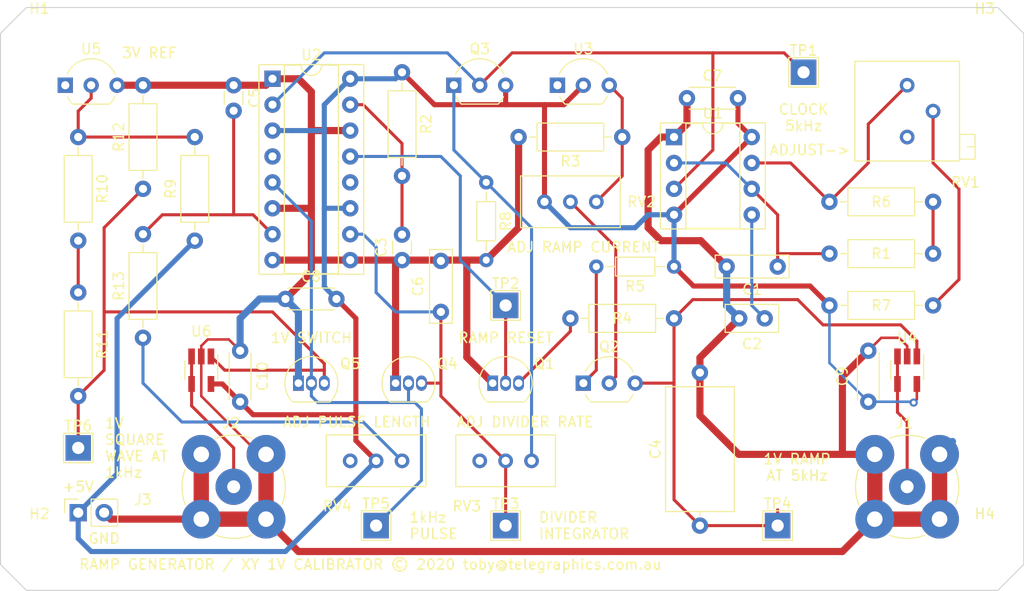
<source format=kicad_pcb>
(kicad_pcb (version 20171130) (host pcbnew "(5.1.8-0-10_14)")

  (general
    (thickness 1.6)
    (drawings 23)
    (tracks 240)
    (zones 0)
    (modules 51)
    (nets 31)
  )

  (page A4)
  (layers
    (0 F.Cu signal)
    (31 B.Cu signal)
    (35 F.Paste user)
    (37 F.SilkS user)
    (38 B.Mask user)
    (39 F.Mask user)
    (44 Edge.Cuts user)
    (45 Margin user)
    (46 B.CrtYd user hide)
    (47 F.CrtYd user hide)
    (49 F.Fab user hide)
  )

  (setup
    (last_trace_width 0.3)
    (user_trace_width 0.25)
    (trace_clearance 0.3)
    (zone_clearance 0.508)
    (zone_45_only no)
    (trace_min 0.2)
    (via_size 0.8)
    (via_drill 0.4)
    (via_min_size 0.4)
    (via_min_drill 0.3)
    (uvia_size 0.3)
    (uvia_drill 0.1)
    (uvias_allowed no)
    (uvia_min_size 0.2)
    (uvia_min_drill 0.1)
    (edge_width 0.05)
    (segment_width 0.2)
    (pcb_text_width 0.3)
    (pcb_text_size 1.5 1.5)
    (mod_edge_width 0.12)
    (mod_text_size 1 1)
    (mod_text_width 0.15)
    (pad_size 1.524 1.524)
    (pad_drill 0.762)
    (pad_to_mask_clearance 0.05)
    (aux_axis_origin 0 0)
    (visible_elements FFFFFF7F)
    (pcbplotparams
      (layerselection 0x010fc_ffffffff)
      (usegerberextensions false)
      (usegerberattributes true)
      (usegerberadvancedattributes true)
      (creategerberjobfile true)
      (excludeedgelayer true)
      (linewidth 0.100000)
      (plotframeref false)
      (viasonmask false)
      (mode 1)
      (useauxorigin false)
      (hpglpennumber 1)
      (hpglpenspeed 20)
      (hpglpendiameter 15.000000)
      (psnegative false)
      (psa4output false)
      (plotreference true)
      (plotvalue true)
      (plotinvisibletext false)
      (padsonsilk false)
      (subtractmaskfromsilk false)
      (outputformat 1)
      (mirror false)
      (drillshape 1)
      (scaleselection 1)
      (outputdirectory ""))
  )

  (net 0 "")
  (net 1 GND)
  (net 2 +5V)
  (net 3 "Net-(C2-Pad1)")
  (net 4 "Net-(C4-Pad1)")
  (net 5 "Net-(J1-Pad1)")
  (net 6 "Net-(J2-Pad1)")
  (net 7 "Net-(Q1-Pad3)")
  (net 8 "Net-(Q1-Pad2)")
  (net 9 "Net-(Q2-Pad1)")
  (net 10 "Net-(Q2-Pad2)")
  (net 11 "Net-(Q3-Pad1)")
  (net 12 "Net-(Q3-Pad2)")
  (net 13 "Net-(Q4-Pad2)")
  (net 14 "Net-(Q5-Pad3)")
  (net 15 "Net-(R1-Pad1)")
  (net 16 "Net-(R3-Pad1)")
  (net 17 "Net-(R6-Pad1)")
  (net 18 "Net-(R7-Pad2)")
  (net 19 "Net-(R10-Pad1)")
  (net 20 "Net-(R10-Pad2)")
  (net 21 "Net-(RV1-Pad1)")
  (net 22 "Net-(RV3-Pad1)")
  (net 23 "Net-(RV4-Pad1)")
  (net 24 "Net-(U2-Pad12)")
  (net 25 "Net-(U2-Pad4)")
  (net 26 "Net-(C1-Pad1)")
  (net 27 "Net-(C3-Pad2)")
  (net 28 "Net-(C5-Pad2)")
  (net 29 "Net-(C6-Pad1)")
  (net 30 "Net-(R13-Pad1)")

  (net_class Default "This is the default net class."
    (clearance 0.3)
    (trace_width 0.3)
    (via_dia 0.8)
    (via_drill 0.4)
    (uvia_dia 0.3)
    (uvia_drill 0.1)
    (add_net "Net-(C1-Pad1)")
    (add_net "Net-(C2-Pad1)")
    (add_net "Net-(C3-Pad2)")
    (add_net "Net-(C4-Pad1)")
    (add_net "Net-(C5-Pad2)")
    (add_net "Net-(C6-Pad1)")
    (add_net "Net-(J1-Pad1)")
    (add_net "Net-(J2-Pad1)")
    (add_net "Net-(Q1-Pad2)")
    (add_net "Net-(Q1-Pad3)")
    (add_net "Net-(Q2-Pad1)")
    (add_net "Net-(Q2-Pad2)")
    (add_net "Net-(Q3-Pad1)")
    (add_net "Net-(Q3-Pad2)")
    (add_net "Net-(Q4-Pad2)")
    (add_net "Net-(Q5-Pad3)")
    (add_net "Net-(R1-Pad1)")
    (add_net "Net-(R10-Pad1)")
    (add_net "Net-(R10-Pad2)")
    (add_net "Net-(R13-Pad1)")
    (add_net "Net-(R3-Pad1)")
    (add_net "Net-(R6-Pad1)")
    (add_net "Net-(R7-Pad2)")
    (add_net "Net-(RV1-Pad1)")
    (add_net "Net-(RV3-Pad1)")
    (add_net "Net-(RV4-Pad1)")
    (add_net "Net-(U2-Pad12)")
    (add_net "Net-(U2-Pad4)")
  )

  (net_class 5v ""
    (clearance 0.3)
    (trace_width 0.5)
    (via_dia 0.8)
    (via_drill 0.4)
    (uvia_dia 0.3)
    (uvia_drill 0.1)
    (add_net +5V)
  )

  (net_class gnd ""
    (clearance 0.3)
    (trace_width 0.7)
    (via_dia 0.8)
    (via_drill 0.4)
    (uvia_dia 0.3)
    (uvia_drill 0.1)
    (add_net GND)
  )

  (module MountingHole:MountingHole_2.7mm_M2.5 (layer F.Cu) (tedit 56D1B4CB) (tstamp 5FBADE5B)
    (at 105.41 72.39)
    (descr "Mounting Hole 2.7mm, no annular, M2.5")
    (tags "mounting hole 2.7mm no annular m2.5")
    (path /600A9621)
    (attr virtual)
    (fp_text reference H4 (at 0 -3.7) (layer F.SilkS)
      (effects (font (size 1 1) (thickness 0.15)))
    )
    (fp_text value MountingHole (at 0 3.7) (layer F.Fab)
      (effects (font (size 1 1) (thickness 0.15)))
    )
    (fp_text user %R (at 0.3 0) (layer F.Fab)
      (effects (font (size 1 1) (thickness 0.15)))
    )
    (fp_circle (center 0 0) (end 2.7 0) (layer Cmts.User) (width 0.15))
    (fp_circle (center 0 0) (end 2.95 0) (layer F.CrtYd) (width 0.05))
    (pad 1 np_thru_hole circle (at 0 0) (size 2.7 2.7) (drill 2.7) (layers *.Cu *.Mask))
  )

  (module MountingHole:MountingHole_2.7mm_M2.5 (layer F.Cu) (tedit 56D1B4CB) (tstamp 5FBADE53)
    (at 105.41 22.86)
    (descr "Mounting Hole 2.7mm, no annular, M2.5")
    (tags "mounting hole 2.7mm no annular m2.5")
    (path /600A9115)
    (attr virtual)
    (fp_text reference H3 (at 0 -3.7) (layer F.SilkS)
      (effects (font (size 1 1) (thickness 0.15)))
    )
    (fp_text value MountingHole (at 0 3.7) (layer F.Fab)
      (effects (font (size 1 1) (thickness 0.15)))
    )
    (fp_text user %R (at 0.3 0) (layer F.Fab)
      (effects (font (size 1 1) (thickness 0.15)))
    )
    (fp_circle (center 0 0) (end 2.7 0) (layer Cmts.User) (width 0.15))
    (fp_circle (center 0 0) (end 2.95 0) (layer F.CrtYd) (width 0.05))
    (pad 1 np_thru_hole circle (at 0 0) (size 2.7 2.7) (drill 2.7) (layers *.Cu *.Mask))
  )

  (module MountingHole:MountingHole_2.7mm_M2.5 (layer F.Cu) (tedit 56D1B4CB) (tstamp 5FBADE4B)
    (at 12.7 72.39)
    (descr "Mounting Hole 2.7mm, no annular, M2.5")
    (tags "mounting hole 2.7mm no annular m2.5")
    (path /600A8BD6)
    (attr virtual)
    (fp_text reference H2 (at 0 -3.7) (layer F.SilkS)
      (effects (font (size 1 1) (thickness 0.15)))
    )
    (fp_text value MountingHole (at 0 3.7) (layer F.Fab)
      (effects (font (size 1 1) (thickness 0.15)))
    )
    (fp_text user %R (at 0.3 0) (layer F.Fab)
      (effects (font (size 1 1) (thickness 0.15)))
    )
    (fp_circle (center 0 0) (end 2.7 0) (layer Cmts.User) (width 0.15))
    (fp_circle (center 0 0) (end 2.95 0) (layer F.CrtYd) (width 0.05))
    (pad 1 np_thru_hole circle (at 0 0) (size 2.7 2.7) (drill 2.7) (layers *.Cu *.Mask))
  )

  (module MountingHole:MountingHole_2.7mm_M2.5 (layer F.Cu) (tedit 56D1B4CB) (tstamp 5FBAE482)
    (at 12.7 22.86)
    (descr "Mounting Hole 2.7mm, no annular, M2.5")
    (tags "mounting hole 2.7mm no annular m2.5")
    (path /600A81CC)
    (attr virtual)
    (fp_text reference H1 (at 0 -3.7) (layer F.SilkS)
      (effects (font (size 1 1) (thickness 0.15)))
    )
    (fp_text value MountingHole (at 0 3.7) (layer F.Fab)
      (effects (font (size 1 1) (thickness 0.15)))
    )
    (fp_text user %R (at 0.3 0) (layer F.Fab)
      (effects (font (size 1 1) (thickness 0.15)))
    )
    (fp_circle (center 0 0) (end 2.7 0) (layer Cmts.User) (width 0.15))
    (fp_circle (center 0 0) (end 2.95 0) (layer F.CrtYd) (width 0.05))
    (pad 1 np_thru_hole circle (at 0 0) (size 2.7 2.7) (drill 2.7) (layers *.Cu *.Mask))
  )

  (module Capacitor_THT:C_Disc_D4.3mm_W1.9mm_P5.00mm (layer F.Cu) (tedit 5AE50EF0) (tstamp 5FB96B26)
    (at 93.98 52.705 270)
    (descr "C, Disc series, Radial, pin pitch=5.00mm, , diameter*width=4.3*1.9mm^2, Capacitor, http://www.vishay.com/docs/45233/krseries.pdf")
    (tags "C Disc series Radial pin pitch 5.00mm  diameter 4.3mm width 1.9mm Capacitor")
    (path /5FCB79F3)
    (fp_text reference C9 (at 2.5 2.54 90) (layer F.SilkS)
      (effects (font (size 1 1) (thickness 0.15)))
    )
    (fp_text value .01u (at 2.5 2.2 90) (layer F.Fab)
      (effects (font (size 1 1) (thickness 0.15)))
    )
    (fp_text user %R (at 2.5 0 90) (layer F.Fab)
      (effects (font (size 0.86 0.86) (thickness 0.129)))
    )
    (fp_line (start 0.35 -0.95) (end 0.35 0.95) (layer F.Fab) (width 0.1))
    (fp_line (start 0.35 0.95) (end 4.65 0.95) (layer F.Fab) (width 0.1))
    (fp_line (start 4.65 0.95) (end 4.65 -0.95) (layer F.Fab) (width 0.1))
    (fp_line (start 4.65 -0.95) (end 0.35 -0.95) (layer F.Fab) (width 0.1))
    (fp_line (start 0.23 -1.07) (end 4.77 -1.07) (layer F.SilkS) (width 0.12))
    (fp_line (start 0.23 1.07) (end 4.77 1.07) (layer F.SilkS) (width 0.12))
    (fp_line (start 0.23 -1.07) (end 0.23 -1.055) (layer F.SilkS) (width 0.12))
    (fp_line (start 0.23 1.055) (end 0.23 1.07) (layer F.SilkS) (width 0.12))
    (fp_line (start 4.77 -1.07) (end 4.77 -1.055) (layer F.SilkS) (width 0.12))
    (fp_line (start 4.77 1.055) (end 4.77 1.07) (layer F.SilkS) (width 0.12))
    (fp_line (start -1.05 -1.2) (end -1.05 1.2) (layer F.CrtYd) (width 0.05))
    (fp_line (start -1.05 1.2) (end 6.05 1.2) (layer F.CrtYd) (width 0.05))
    (fp_line (start 6.05 1.2) (end 6.05 -1.2) (layer F.CrtYd) (width 0.05))
    (fp_line (start 6.05 -1.2) (end -1.05 -1.2) (layer F.CrtYd) (width 0.05))
    (pad 2 thru_hole circle (at 5 0 270) (size 1.6 1.6) (drill 0.8) (layers *.Cu *.Mask)
      (net 2 +5V))
    (pad 1 thru_hole circle (at 0 0 270) (size 1.6 1.6) (drill 0.8) (layers *.Cu *.Mask)
      (net 1 GND))
    (model ${KISYS3DMOD}/Capacitor_THT.3dshapes/C_Disc_D4.3mm_W1.9mm_P5.00mm.wrl
      (at (xyz 0 0 0))
      (scale (xyz 1 1 1))
      (rotate (xyz 0 0 0))
    )
  )

  (module Capacitor_THT:C_Disc_D4.3mm_W1.9mm_P5.00mm (layer F.Cu) (tedit 5AE50EF0) (tstamp 5FB99213)
    (at 32.385 52.705 270)
    (descr "C, Disc series, Radial, pin pitch=5.00mm, , diameter*width=4.3*1.9mm^2, Capacitor, http://www.vishay.com/docs/45233/krseries.pdf")
    (tags "C Disc series Radial pin pitch 5.00mm  diameter 4.3mm width 1.9mm Capacitor")
    (path /5FCA8B9A)
    (fp_text reference C10 (at 2.5 -2.2 90) (layer F.SilkS)
      (effects (font (size 1 1) (thickness 0.15)))
    )
    (fp_text value .01u (at 2.5 2.2 90) (layer F.Fab)
      (effects (font (size 1 1) (thickness 0.15)))
    )
    (fp_text user %R (at 2.5 0 90) (layer F.Fab)
      (effects (font (size 0.86 0.86) (thickness 0.129)))
    )
    (fp_line (start 0.35 -0.95) (end 0.35 0.95) (layer F.Fab) (width 0.1))
    (fp_line (start 0.35 0.95) (end 4.65 0.95) (layer F.Fab) (width 0.1))
    (fp_line (start 4.65 0.95) (end 4.65 -0.95) (layer F.Fab) (width 0.1))
    (fp_line (start 4.65 -0.95) (end 0.35 -0.95) (layer F.Fab) (width 0.1))
    (fp_line (start 0.23 -1.07) (end 4.77 -1.07) (layer F.SilkS) (width 0.12))
    (fp_line (start 0.23 1.07) (end 4.77 1.07) (layer F.SilkS) (width 0.12))
    (fp_line (start 0.23 -1.07) (end 0.23 -1.055) (layer F.SilkS) (width 0.12))
    (fp_line (start 0.23 1.055) (end 0.23 1.07) (layer F.SilkS) (width 0.12))
    (fp_line (start 4.77 -1.07) (end 4.77 -1.055) (layer F.SilkS) (width 0.12))
    (fp_line (start 4.77 1.055) (end 4.77 1.07) (layer F.SilkS) (width 0.12))
    (fp_line (start -1.05 -1.2) (end -1.05 1.2) (layer F.CrtYd) (width 0.05))
    (fp_line (start -1.05 1.2) (end 6.05 1.2) (layer F.CrtYd) (width 0.05))
    (fp_line (start 6.05 1.2) (end 6.05 -1.2) (layer F.CrtYd) (width 0.05))
    (fp_line (start 6.05 -1.2) (end -1.05 -1.2) (layer F.CrtYd) (width 0.05))
    (pad 2 thru_hole circle (at 5 0 270) (size 1.6 1.6) (drill 0.8) (layers *.Cu *.Mask)
      (net 2 +5V))
    (pad 1 thru_hole circle (at 0 0 270) (size 1.6 1.6) (drill 0.8) (layers *.Cu *.Mask)
      (net 1 GND))
    (model ${KISYS3DMOD}/Capacitor_THT.3dshapes/C_Disc_D4.3mm_W1.9mm_P5.00mm.wrl
      (at (xyz 0 0 0))
      (scale (xyz 1 1 1))
      (rotate (xyz 0 0 0))
    )
  )

  (module Connector_PinSocket_2.54mm:PinSocket_1x02_P2.54mm_Vertical (layer F.Cu) (tedit 5A19A420) (tstamp 5FB9FF7E)
    (at 16.51 68.58 90)
    (descr "Through hole straight socket strip, 1x02, 2.54mm pitch, single row (from Kicad 4.0.7), script generated")
    (tags "Through hole socket strip THT 1x02 2.54mm single row")
    (path /5FEE7B56)
    (fp_text reference J3 (at 1.27 6.35 180) (layer F.SilkS)
      (effects (font (size 1 1) (thickness 0.15)))
    )
    (fp_text value Conn_01x02_Female (at 0 5.31 90) (layer F.Fab)
      (effects (font (size 1 1) (thickness 0.15)))
    )
    (fp_text user %R (at 0 1.27) (layer F.Fab)
      (effects (font (size 1 1) (thickness 0.15)))
    )
    (fp_line (start -1.27 -1.27) (end 0.635 -1.27) (layer F.Fab) (width 0.1))
    (fp_line (start 0.635 -1.27) (end 1.27 -0.635) (layer F.Fab) (width 0.1))
    (fp_line (start 1.27 -0.635) (end 1.27 3.81) (layer F.Fab) (width 0.1))
    (fp_line (start 1.27 3.81) (end -1.27 3.81) (layer F.Fab) (width 0.1))
    (fp_line (start -1.27 3.81) (end -1.27 -1.27) (layer F.Fab) (width 0.1))
    (fp_line (start -1.33 1.27) (end 1.33 1.27) (layer F.SilkS) (width 0.12))
    (fp_line (start -1.33 1.27) (end -1.33 3.87) (layer F.SilkS) (width 0.12))
    (fp_line (start -1.33 3.87) (end 1.33 3.87) (layer F.SilkS) (width 0.12))
    (fp_line (start 1.33 1.27) (end 1.33 3.87) (layer F.SilkS) (width 0.12))
    (fp_line (start 1.33 -1.33) (end 1.33 0) (layer F.SilkS) (width 0.12))
    (fp_line (start 0 -1.33) (end 1.33 -1.33) (layer F.SilkS) (width 0.12))
    (fp_line (start -1.8 -1.8) (end 1.75 -1.8) (layer F.CrtYd) (width 0.05))
    (fp_line (start 1.75 -1.8) (end 1.75 4.3) (layer F.CrtYd) (width 0.05))
    (fp_line (start 1.75 4.3) (end -1.8 4.3) (layer F.CrtYd) (width 0.05))
    (fp_line (start -1.8 4.3) (end -1.8 -1.8) (layer F.CrtYd) (width 0.05))
    (pad 2 thru_hole oval (at 0 2.54 90) (size 1.7 1.7) (drill 1) (layers *.Cu *.Mask)
      (net 1 GND))
    (pad 1 thru_hole rect (at 0 0 90) (size 1.7 1.7) (drill 1) (layers *.Cu *.Mask)
      (net 2 +5V))
    (model ${KISYS3DMOD}/Connector_PinSocket_2.54mm.3dshapes/PinSocket_1x02_P2.54mm_Vertical.wrl
      (at (xyz 0 0 0))
      (scale (xyz 1 1 1))
      (rotate (xyz 0 0 0))
    )
  )

  (module Package_TO_SOT_THT:TO-92_Inline_Wide (layer F.Cu) (tedit 5A02FF81) (tstamp 5FB991A1)
    (at 15.24 26.67)
    (descr "TO-92 leads in-line, wide, drill 0.75mm (see NXP sot054_po.pdf)")
    (tags "to-92 sc-43 sc-43a sot54 PA33 transistor")
    (path /5FC86CC5)
    (fp_text reference U5 (at 2.54 -3.56) (layer F.SilkS)
      (effects (font (size 1 1) (thickness 0.15)))
    )
    (fp_text value LM4040LP-3 (at 2.54 2.79) (layer F.Fab)
      (effects (font (size 1 1) (thickness 0.15)))
    )
    (fp_arc (start 2.54 0) (end 4.34 1.85) (angle -20) (layer F.SilkS) (width 0.12))
    (fp_arc (start 2.54 0) (end 2.54 -2.48) (angle -135) (layer F.Fab) (width 0.1))
    (fp_arc (start 2.54 0) (end 2.54 -2.48) (angle 135) (layer F.Fab) (width 0.1))
    (fp_arc (start 2.54 0) (end 2.54 -2.6) (angle 65) (layer F.SilkS) (width 0.12))
    (fp_arc (start 2.54 0) (end 2.54 -2.6) (angle -65) (layer F.SilkS) (width 0.12))
    (fp_arc (start 2.54 0) (end 0.74 1.85) (angle 20) (layer F.SilkS) (width 0.12))
    (fp_text user %R (at 2.54 0) (layer F.Fab)
      (effects (font (size 1 1) (thickness 0.15)))
    )
    (fp_line (start 0.74 1.85) (end 4.34 1.85) (layer F.SilkS) (width 0.12))
    (fp_line (start 0.8 1.75) (end 4.3 1.75) (layer F.Fab) (width 0.1))
    (fp_line (start -1.01 -2.73) (end 6.09 -2.73) (layer F.CrtYd) (width 0.05))
    (fp_line (start -1.01 -2.73) (end -1.01 2.01) (layer F.CrtYd) (width 0.05))
    (fp_line (start 6.09 2.01) (end 6.09 -2.73) (layer F.CrtYd) (width 0.05))
    (fp_line (start 6.09 2.01) (end -1.01 2.01) (layer F.CrtYd) (width 0.05))
    (pad 1 thru_hole rect (at 0 0) (size 1.5 1.5) (drill 0.8) (layers *.Cu *.Mask))
    (pad 3 thru_hole circle (at 5.08 0) (size 1.5 1.5) (drill 0.8) (layers *.Cu *.Mask)
      (net 1 GND))
    (pad 2 thru_hole circle (at 2.54 0) (size 1.5 1.5) (drill 0.8) (layers *.Cu *.Mask)
      (net 19 "Net-(R10-Pad1)"))
    (model ${KISYS3DMOD}/Package_TO_SOT_THT.3dshapes/TO-92_Inline_Wide.wrl
      (at (xyz 0 0 0))
      (scale (xyz 1 1 1))
      (rotate (xyz 0 0 0))
    )
  )

  (module Package_TO_SOT_THT:TO-92_Inline_Wide (layer F.Cu) (tedit 5A02FF81) (tstamp 5FB908A5)
    (at 66.04 55.88)
    (descr "TO-92 leads in-line, wide, drill 0.75mm (see NXP sot054_po.pdf)")
    (tags "to-92 sc-43 sc-43a sot54 PA33 transistor")
    (path /5FB512C5)
    (fp_text reference Q2 (at 2.54 -3.56) (layer F.SilkS)
      (effects (font (size 1 1) (thickness 0.15)))
    )
    (fp_text value 2N3906 (at 2.54 2.79) (layer F.Fab)
      (effects (font (size 1 1) (thickness 0.15)))
    )
    (fp_arc (start 2.54 0) (end 4.34 1.85) (angle -20) (layer F.SilkS) (width 0.12))
    (fp_arc (start 2.54 0) (end 2.54 -2.48) (angle -135) (layer F.Fab) (width 0.1))
    (fp_arc (start 2.54 0) (end 2.54 -2.48) (angle 135) (layer F.Fab) (width 0.1))
    (fp_arc (start 2.54 0) (end 2.54 -2.6) (angle 65) (layer F.SilkS) (width 0.12))
    (fp_arc (start 2.54 0) (end 2.54 -2.6) (angle -65) (layer F.SilkS) (width 0.12))
    (fp_arc (start 2.54 0) (end 0.74 1.85) (angle 20) (layer F.SilkS) (width 0.12))
    (fp_text user %R (at 2.54 0) (layer F.Fab)
      (effects (font (size 1 1) (thickness 0.15)))
    )
    (fp_line (start 0.74 1.85) (end 4.34 1.85) (layer F.SilkS) (width 0.12))
    (fp_line (start 0.8 1.75) (end 4.3 1.75) (layer F.Fab) (width 0.1))
    (fp_line (start -1.01 -2.73) (end 6.09 -2.73) (layer F.CrtYd) (width 0.05))
    (fp_line (start -1.01 -2.73) (end -1.01 2.01) (layer F.CrtYd) (width 0.05))
    (fp_line (start 6.09 2.01) (end 6.09 -2.73) (layer F.CrtYd) (width 0.05))
    (fp_line (start 6.09 2.01) (end -1.01 2.01) (layer F.CrtYd) (width 0.05))
    (pad 1 thru_hole rect (at 0 0) (size 1.5 1.5) (drill 0.8) (layers *.Cu *.Mask)
      (net 9 "Net-(Q2-Pad1)"))
    (pad 3 thru_hole circle (at 5.08 0) (size 1.5 1.5) (drill 0.8) (layers *.Cu *.Mask)
      (net 4 "Net-(C4-Pad1)"))
    (pad 2 thru_hole circle (at 2.54 0) (size 1.5 1.5) (drill 0.8) (layers *.Cu *.Mask)
      (net 10 "Net-(Q2-Pad2)"))
    (model ${KISYS3DMOD}/Package_TO_SOT_THT.3dshapes/TO-92_Inline_Wide.wrl
      (at (xyz 0 0 0))
      (scale (xyz 1 1 1))
      (rotate (xyz 0 0 0))
    )
  )

  (module Package_TO_SOT_THT:TO-92_Inline_Wide (layer F.Cu) (tedit 5A02FF81) (tstamp 5FB90B0E)
    (at 63.5 26.67)
    (descr "TO-92 leads in-line, wide, drill 0.75mm (see NXP sot054_po.pdf)")
    (tags "to-92 sc-43 sc-43a sot54 PA33 transistor")
    (path /5FB47E76)
    (fp_text reference U3 (at 2.54 -3.56) (layer F.SilkS)
      (effects (font (size 1 1) (thickness 0.15)))
    )
    (fp_text value LM4040LP-3 (at 2.54 2.79) (layer F.Fab)
      (effects (font (size 1 1) (thickness 0.15)))
    )
    (fp_arc (start 2.54 0) (end 4.34 1.85) (angle -20) (layer F.SilkS) (width 0.12))
    (fp_arc (start 2.54 0) (end 2.54 -2.48) (angle -135) (layer F.Fab) (width 0.1))
    (fp_arc (start 2.54 0) (end 2.54 -2.48) (angle 135) (layer F.Fab) (width 0.1))
    (fp_arc (start 2.54 0) (end 2.54 -2.6) (angle 65) (layer F.SilkS) (width 0.12))
    (fp_arc (start 2.54 0) (end 2.54 -2.6) (angle -65) (layer F.SilkS) (width 0.12))
    (fp_arc (start 2.54 0) (end 0.74 1.85) (angle 20) (layer F.SilkS) (width 0.12))
    (fp_text user %R (at 2.54 0) (layer F.Fab)
      (effects (font (size 1 1) (thickness 0.15)))
    )
    (fp_line (start 0.74 1.85) (end 4.34 1.85) (layer F.SilkS) (width 0.12))
    (fp_line (start 0.8 1.75) (end 4.3 1.75) (layer F.Fab) (width 0.1))
    (fp_line (start -1.01 -2.73) (end 6.09 -2.73) (layer F.CrtYd) (width 0.05))
    (fp_line (start -1.01 -2.73) (end -1.01 2.01) (layer F.CrtYd) (width 0.05))
    (fp_line (start 6.09 2.01) (end 6.09 -2.73) (layer F.CrtYd) (width 0.05))
    (fp_line (start 6.09 2.01) (end -1.01 2.01) (layer F.CrtYd) (width 0.05))
    (pad 1 thru_hole rect (at 0 0) (size 1.5 1.5) (drill 0.8) (layers *.Cu *.Mask))
    (pad 3 thru_hole circle (at 5.08 0) (size 1.5 1.5) (drill 0.8) (layers *.Cu *.Mask)
      (net 16 "Net-(R3-Pad1)"))
    (pad 2 thru_hole circle (at 2.54 0) (size 1.5 1.5) (drill 0.8) (layers *.Cu *.Mask)
      (net 2 +5V))
    (model ${KISYS3DMOD}/Package_TO_SOT_THT.3dshapes/TO-92_Inline_Wide.wrl
      (at (xyz 0 0 0))
      (scale (xyz 1 1 1))
      (rotate (xyz 0 0 0))
    )
  )

  (module Package_TO_SOT_THT:TO-92_Inline_Wide (layer F.Cu) (tedit 5A02FF81) (tstamp 5FB908B7)
    (at 53.34 26.67)
    (descr "TO-92 leads in-line, wide, drill 0.75mm (see NXP sot054_po.pdf)")
    (tags "to-92 sc-43 sc-43a sot54 PA33 transistor")
    (path /5FBF3997)
    (fp_text reference Q3 (at 2.54 -3.56) (layer F.SilkS)
      (effects (font (size 1 1) (thickness 0.15)))
    )
    (fp_text value 2N3904 (at 2.54 2.79) (layer F.Fab)
      (effects (font (size 1 1) (thickness 0.15)))
    )
    (fp_arc (start 2.54 0) (end 4.34 1.85) (angle -20) (layer F.SilkS) (width 0.12))
    (fp_arc (start 2.54 0) (end 2.54 -2.48) (angle -135) (layer F.Fab) (width 0.1))
    (fp_arc (start 2.54 0) (end 2.54 -2.48) (angle 135) (layer F.Fab) (width 0.1))
    (fp_arc (start 2.54 0) (end 2.54 -2.6) (angle 65) (layer F.SilkS) (width 0.12))
    (fp_arc (start 2.54 0) (end 2.54 -2.6) (angle -65) (layer F.SilkS) (width 0.12))
    (fp_arc (start 2.54 0) (end 0.74 1.85) (angle 20) (layer F.SilkS) (width 0.12))
    (fp_text user %R (at 2.54 0) (layer F.Fab)
      (effects (font (size 1 1) (thickness 0.15)))
    )
    (fp_line (start 0.74 1.85) (end 4.34 1.85) (layer F.SilkS) (width 0.12))
    (fp_line (start 0.8 1.75) (end 4.3 1.75) (layer F.Fab) (width 0.1))
    (fp_line (start -1.01 -2.73) (end 6.09 -2.73) (layer F.CrtYd) (width 0.05))
    (fp_line (start -1.01 -2.73) (end -1.01 2.01) (layer F.CrtYd) (width 0.05))
    (fp_line (start 6.09 2.01) (end 6.09 -2.73) (layer F.CrtYd) (width 0.05))
    (fp_line (start 6.09 2.01) (end -1.01 2.01) (layer F.CrtYd) (width 0.05))
    (pad 1 thru_hole rect (at 0 0) (size 1.5 1.5) (drill 0.8) (layers *.Cu *.Mask)
      (net 11 "Net-(Q3-Pad1)"))
    (pad 3 thru_hole circle (at 5.08 0) (size 1.5 1.5) (drill 0.8) (layers *.Cu *.Mask)
      (net 2 +5V))
    (pad 2 thru_hole circle (at 2.54 0) (size 1.5 1.5) (drill 0.8) (layers *.Cu *.Mask)
      (net 12 "Net-(Q3-Pad2)"))
    (model ${KISYS3DMOD}/Package_TO_SOT_THT.3dshapes/TO-92_Inline_Wide.wrl
      (at (xyz 0 0 0))
      (scale (xyz 1 1 1))
      (rotate (xyz 0 0 0))
    )
  )

  (module Connector_Coaxial:BNC_TEConnectivity_1478204_Vertical (layer F.Cu) (tedit 5A1DBFC1) (tstamp 5FB9086E)
    (at 97.79 66.04)
    (descr "BNC female PCB mount 4 pin straight chassis connector http://www.te.com/usa-en/product-1-1478204-0.html")
    (tags "BNC female PCB mount 4 pin straight chassis connector ")
    (path /5FCD273B)
    (fp_text reference J1 (at -0.25 -6.25) (layer F.SilkS)
      (effects (font (size 1 1) (thickness 0.15)))
    )
    (fp_text value RAMP_OUT (at 0 6.5) (layer F.Fab)
      (effects (font (size 1 1) (thickness 0.15)))
    )
    (fp_circle (center 0 0) (end 4.8 0) (layer F.Fab) (width 0.1))
    (fp_line (start -5.5 -5.5) (end 5.5 -5.5) (layer F.CrtYd) (width 0.05))
    (fp_line (start -5.5 5.5) (end -5.5 -5.5) (layer F.CrtYd) (width 0.05))
    (fp_line (start 5.5 5.5) (end -5.5 5.5) (layer F.CrtYd) (width 0.05))
    (fp_line (start 5.5 -5.5) (end 5.5 5.5) (layer F.CrtYd) (width 0.05))
    (fp_arc (start 0 0) (end -1.75 -4.75) (angle 40) (layer F.SilkS) (width 0.12))
    (fp_arc (start 0 0) (end 4.75 -1.75) (angle 40) (layer F.SilkS) (width 0.12))
    (fp_arc (start 0 0) (end 1.75 4.75) (angle 40) (layer F.SilkS) (width 0.12))
    (fp_arc (start 0 0) (end -4.75 1.75) (angle 40) (layer F.SilkS) (width 0.12))
    (fp_text user %R (at 0 0) (layer F.Fab)
      (effects (font (size 1 1) (thickness 0.15)))
    )
    (pad 2 thru_hole circle (at 3.175 3.175) (size 3.81 3.81) (drill 1.524) (layers *.Cu *.Mask)
      (net 1 GND))
    (pad 2 thru_hole circle (at -3.175 3.175) (size 3.81 3.81) (drill 1.524) (layers *.Cu *.Mask)
      (net 1 GND))
    (pad 2 thru_hole circle (at 3.175 -3.175) (size 3.81 3.81) (drill 1.524) (layers *.Cu *.Mask)
      (net 1 GND))
    (pad 1 thru_hole circle (at 0 0) (size 3.556 3.556) (drill 1.27) (layers *.Cu *.Mask)
      (net 5 "Net-(J1-Pad1)"))
    (pad 2 thru_hole circle (at -3.175 -3.175) (size 3.81 3.81) (drill 1.524) (layers *.Cu *.Mask)
      (net 1 GND))
    (model ${KISYS3DMOD}/Connector_Coaxial.3dshapes/BNC_TEConnectivity_1478204_Vertical.wrl
      (at (xyz 0 0 0))
      (scale (xyz 1 1 1))
      (rotate (xyz 0 0 0))
    )
  )

  (module Package_TO_SOT_SMD:SOT-23-5_HandSoldering (layer F.Cu) (tedit 5A0AB76C) (tstamp 5FB991D7)
    (at 28.575 54.61 270)
    (descr "5-pin SOT23 package")
    (tags "SOT-23-5 hand-soldering")
    (path /5FCCD7EC)
    (attr smd)
    (fp_text reference U6 (at -3.81 0 180) (layer F.SilkS)
      (effects (font (size 1 1) (thickness 0.15)))
    )
    (fp_text value MCP6001U (at 0 2.9 90) (layer F.Fab)
      (effects (font (size 1 1) (thickness 0.15)))
    )
    (fp_line (start 2.38 1.8) (end -2.38 1.8) (layer F.CrtYd) (width 0.05))
    (fp_line (start 2.38 1.8) (end 2.38 -1.8) (layer F.CrtYd) (width 0.05))
    (fp_line (start -2.38 -1.8) (end -2.38 1.8) (layer F.CrtYd) (width 0.05))
    (fp_line (start -2.38 -1.8) (end 2.38 -1.8) (layer F.CrtYd) (width 0.05))
    (fp_line (start 0.9 -1.55) (end 0.9 1.55) (layer F.Fab) (width 0.1))
    (fp_line (start 0.9 1.55) (end -0.9 1.55) (layer F.Fab) (width 0.1))
    (fp_line (start -0.9 -0.9) (end -0.9 1.55) (layer F.Fab) (width 0.1))
    (fp_line (start 0.9 -1.55) (end -0.25 -1.55) (layer F.Fab) (width 0.1))
    (fp_line (start -0.9 -0.9) (end -0.25 -1.55) (layer F.Fab) (width 0.1))
    (fp_line (start 0.9 -1.61) (end -1.55 -1.61) (layer F.SilkS) (width 0.12))
    (fp_line (start -0.9 1.61) (end 0.9 1.61) (layer F.SilkS) (width 0.12))
    (fp_text user %R (at 0 0) (layer F.Fab)
      (effects (font (size 0.5 0.5) (thickness 0.075)))
    )
    (pad 5 smd rect (at 1.35 -0.95 270) (size 1.56 0.65) (layers F.Cu F.Paste F.Mask)
      (net 2 +5V))
    (pad 4 smd rect (at 1.35 0.95 270) (size 1.56 0.65) (layers F.Cu F.Paste F.Mask)
      (net 6 "Net-(J2-Pad1)"))
    (pad 3 smd rect (at -1.35 0.95 270) (size 1.56 0.65) (layers F.Cu F.Paste F.Mask)
      (net 6 "Net-(J2-Pad1)"))
    (pad 2 smd rect (at -1.35 0 270) (size 1.56 0.65) (layers F.Cu F.Paste F.Mask)
      (net 1 GND))
    (pad 1 smd rect (at -1.35 -0.95 270) (size 1.56 0.65) (layers F.Cu F.Paste F.Mask)
      (net 14 "Net-(Q5-Pad3)"))
    (model ${KISYS3DMOD}/Package_TO_SOT_SMD.3dshapes/SOT-23-5.wrl
      (at (xyz 0 0 0))
      (scale (xyz 1 1 1))
      (rotate (xyz 0 0 0))
    )
  )

  (module Package_DIP:DIP-8_W7.62mm_Socket (layer F.Cu) (tedit 5A02E8C5) (tstamp 5FB90AD0)
    (at 74.93 31.75)
    (descr "8-lead though-hole mounted DIP package, row spacing 7.62 mm (300 mils), Socket")
    (tags "THT DIP DIL PDIP 2.54mm 7.62mm 300mil Socket")
    (path /5FB5DA21)
    (fp_text reference U1 (at 3.81 -2.33) (layer F.SilkS)
      (effects (font (size 1 1) (thickness 0.15)))
    )
    (fp_text value NE555P (at 3.81 9.95) (layer F.Fab)
      (effects (font (size 1 1) (thickness 0.15)))
    )
    (fp_text user %R (at 3.81 3.81) (layer F.Fab)
      (effects (font (size 1 1) (thickness 0.15)))
    )
    (fp_arc (start 3.81 -1.33) (end 2.81 -1.33) (angle -180) (layer F.SilkS) (width 0.12))
    (fp_line (start 1.635 -1.27) (end 6.985 -1.27) (layer F.Fab) (width 0.1))
    (fp_line (start 6.985 -1.27) (end 6.985 8.89) (layer F.Fab) (width 0.1))
    (fp_line (start 6.985 8.89) (end 0.635 8.89) (layer F.Fab) (width 0.1))
    (fp_line (start 0.635 8.89) (end 0.635 -0.27) (layer F.Fab) (width 0.1))
    (fp_line (start 0.635 -0.27) (end 1.635 -1.27) (layer F.Fab) (width 0.1))
    (fp_line (start -1.27 -1.33) (end -1.27 8.95) (layer F.Fab) (width 0.1))
    (fp_line (start -1.27 8.95) (end 8.89 8.95) (layer F.Fab) (width 0.1))
    (fp_line (start 8.89 8.95) (end 8.89 -1.33) (layer F.Fab) (width 0.1))
    (fp_line (start 8.89 -1.33) (end -1.27 -1.33) (layer F.Fab) (width 0.1))
    (fp_line (start 2.81 -1.33) (end 1.16 -1.33) (layer F.SilkS) (width 0.12))
    (fp_line (start 1.16 -1.33) (end 1.16 8.95) (layer F.SilkS) (width 0.12))
    (fp_line (start 1.16 8.95) (end 6.46 8.95) (layer F.SilkS) (width 0.12))
    (fp_line (start 6.46 8.95) (end 6.46 -1.33) (layer F.SilkS) (width 0.12))
    (fp_line (start 6.46 -1.33) (end 4.81 -1.33) (layer F.SilkS) (width 0.12))
    (fp_line (start -1.33 -1.39) (end -1.33 9.01) (layer F.SilkS) (width 0.12))
    (fp_line (start -1.33 9.01) (end 8.95 9.01) (layer F.SilkS) (width 0.12))
    (fp_line (start 8.95 9.01) (end 8.95 -1.39) (layer F.SilkS) (width 0.12))
    (fp_line (start 8.95 -1.39) (end -1.33 -1.39) (layer F.SilkS) (width 0.12))
    (fp_line (start -1.55 -1.6) (end -1.55 9.2) (layer F.CrtYd) (width 0.05))
    (fp_line (start -1.55 9.2) (end 9.15 9.2) (layer F.CrtYd) (width 0.05))
    (fp_line (start 9.15 9.2) (end 9.15 -1.6) (layer F.CrtYd) (width 0.05))
    (fp_line (start 9.15 -1.6) (end -1.55 -1.6) (layer F.CrtYd) (width 0.05))
    (pad 8 thru_hole oval (at 7.62 0) (size 1.6 1.6) (drill 0.8) (layers *.Cu *.Mask)
      (net 2 +5V))
    (pad 4 thru_hole oval (at 0 7.62) (size 1.6 1.6) (drill 0.8) (layers *.Cu *.Mask)
      (net 2 +5V))
    (pad 7 thru_hole oval (at 7.62 2.54) (size 1.6 1.6) (drill 0.8) (layers *.Cu *.Mask)
      (net 17 "Net-(R6-Pad1)"))
    (pad 3 thru_hole oval (at 0 5.08) (size 1.6 1.6) (drill 0.8) (layers *.Cu *.Mask)
      (net 12 "Net-(Q3-Pad2)"))
    (pad 6 thru_hole oval (at 7.62 5.08) (size 1.6 1.6) (drill 0.8) (layers *.Cu *.Mask)
      (net 26 "Net-(C1-Pad1)"))
    (pad 2 thru_hole oval (at 0 2.54) (size 1.6 1.6) (drill 0.8) (layers *.Cu *.Mask)
      (net 26 "Net-(C1-Pad1)"))
    (pad 5 thru_hole oval (at 7.62 7.62) (size 1.6 1.6) (drill 0.8) (layers *.Cu *.Mask)
      (net 3 "Net-(C2-Pad1)"))
    (pad 1 thru_hole rect (at 0 0) (size 1.6 1.6) (drill 0.8) (layers *.Cu *.Mask)
      (net 1 GND))
    (model ${KISYS3DMOD}/Package_DIP.3dshapes/DIP-8_W7.62mm_Socket.wrl
      (at (xyz 0 0 0))
      (scale (xyz 1 1 1))
      (rotate (xyz 0 0 0))
    )
  )

  (module TestPoint:TestPoint_THTPad_2.5x2.5mm_Drill1.2mm (layer F.Cu) (tedit 5A0F774F) (tstamp 5FB99176)
    (at 16.51 62.23)
    (descr "THT rectangular pad as test Point, square 2.5mm side length, hole diameter 1.2mm")
    (tags "test point THT pad rectangle square")
    (path /5FCD1454)
    (attr virtual)
    (fp_text reference TP6 (at 0 -2.148) (layer F.SilkS)
      (effects (font (size 1 1) (thickness 0.15)))
    )
    (fp_text value 1V (at 0 2.25) (layer F.Fab)
      (effects (font (size 1 1) (thickness 0.15)))
    )
    (fp_text user %R (at 0 -2.15) (layer F.Fab)
      (effects (font (size 1 1) (thickness 0.15)))
    )
    (fp_line (start -1.45 -1.45) (end 1.45 -1.45) (layer F.SilkS) (width 0.12))
    (fp_line (start 1.45 -1.45) (end 1.45 1.45) (layer F.SilkS) (width 0.12))
    (fp_line (start 1.45 1.45) (end -1.45 1.45) (layer F.SilkS) (width 0.12))
    (fp_line (start -1.45 1.45) (end -1.45 -1.45) (layer F.SilkS) (width 0.12))
    (fp_line (start -1.75 -1.75) (end 1.75 -1.75) (layer F.CrtYd) (width 0.05))
    (fp_line (start -1.75 -1.75) (end -1.75 1.75) (layer F.CrtYd) (width 0.05))
    (fp_line (start 1.75 1.75) (end 1.75 -1.75) (layer F.CrtYd) (width 0.05))
    (fp_line (start 1.75 1.75) (end -1.75 1.75) (layer F.CrtYd) (width 0.05))
    (pad 1 thru_hole rect (at 0 0) (size 2.5 2.5) (drill 1.2) (layers *.Cu *.Mask)
      (net 14 "Net-(Q5-Pad3)"))
  )

  (module TestPoint:TestPoint_THTPad_2.5x2.5mm_Drill1.2mm (layer F.Cu) (tedit 5A0F774F) (tstamp 5FB90AA6)
    (at 45.72 69.85)
    (descr "THT rectangular pad as test Point, square 2.5mm side length, hole diameter 1.2mm")
    (tags "test point THT pad rectangle square")
    (path /5FC73411)
    (attr virtual)
    (fp_text reference TP5 (at 0 -2.148) (layer F.SilkS)
      (effects (font (size 1 1) (thickness 0.15)))
    )
    (fp_text value DIV_RESET (at 0 2.25) (layer F.Fab)
      (effects (font (size 1 1) (thickness 0.15)))
    )
    (fp_text user %R (at 0 -2.15) (layer F.Fab)
      (effects (font (size 1 1) (thickness 0.15)))
    )
    (fp_line (start -1.45 -1.45) (end 1.45 -1.45) (layer F.SilkS) (width 0.12))
    (fp_line (start 1.45 -1.45) (end 1.45 1.45) (layer F.SilkS) (width 0.12))
    (fp_line (start 1.45 1.45) (end -1.45 1.45) (layer F.SilkS) (width 0.12))
    (fp_line (start -1.45 1.45) (end -1.45 -1.45) (layer F.SilkS) (width 0.12))
    (fp_line (start -1.75 -1.75) (end 1.75 -1.75) (layer F.CrtYd) (width 0.05))
    (fp_line (start -1.75 -1.75) (end -1.75 1.75) (layer F.CrtYd) (width 0.05))
    (fp_line (start 1.75 1.75) (end 1.75 -1.75) (layer F.CrtYd) (width 0.05))
    (fp_line (start 1.75 1.75) (end -1.75 1.75) (layer F.CrtYd) (width 0.05))
    (pad 1 thru_hole rect (at 0 0) (size 2.5 2.5) (drill 1.2) (layers *.Cu *.Mask)
      (net 13 "Net-(Q4-Pad2)"))
  )

  (module TestPoint:TestPoint_THTPad_2.5x2.5mm_Drill1.2mm (layer F.Cu) (tedit 5A0F774F) (tstamp 5FBA675F)
    (at 85.09 69.85)
    (descr "THT rectangular pad as test Point, square 2.5mm side length, hole diameter 1.2mm")
    (tags "test point THT pad rectangle square")
    (path /5FC6F302)
    (attr virtual)
    (fp_text reference TP4 (at 0 -2.148) (layer F.SilkS)
      (effects (font (size 1 1) (thickness 0.15)))
    )
    (fp_text value RAMP (at 0 2.25) (layer F.Fab)
      (effects (font (size 1 1) (thickness 0.15)))
    )
    (fp_text user %R (at 0 -2.15) (layer F.Fab)
      (effects (font (size 1 1) (thickness 0.15)))
    )
    (fp_line (start -1.45 -1.45) (end 1.45 -1.45) (layer F.SilkS) (width 0.12))
    (fp_line (start 1.45 -1.45) (end 1.45 1.45) (layer F.SilkS) (width 0.12))
    (fp_line (start 1.45 1.45) (end -1.45 1.45) (layer F.SilkS) (width 0.12))
    (fp_line (start -1.45 1.45) (end -1.45 -1.45) (layer F.SilkS) (width 0.12))
    (fp_line (start -1.75 -1.75) (end 1.75 -1.75) (layer F.CrtYd) (width 0.05))
    (fp_line (start -1.75 -1.75) (end -1.75 1.75) (layer F.CrtYd) (width 0.05))
    (fp_line (start 1.75 1.75) (end 1.75 -1.75) (layer F.CrtYd) (width 0.05))
    (fp_line (start 1.75 1.75) (end -1.75 1.75) (layer F.CrtYd) (width 0.05))
    (pad 1 thru_hole rect (at 0 0) (size 2.5 2.5) (drill 1.2) (layers *.Cu *.Mask)
      (net 4 "Net-(C4-Pad1)"))
  )

  (module TestPoint:TestPoint_THTPad_2.5x2.5mm_Drill1.2mm (layer F.Cu) (tedit 5A0F774F) (tstamp 5FB90A8A)
    (at 58.42 69.85)
    (descr "THT rectangular pad as test Point, square 2.5mm side length, hole diameter 1.2mm")
    (tags "test point THT pad rectangle square")
    (path /5FC6E2B5)
    (attr virtual)
    (fp_text reference TP3 (at 0 -2.148) (layer F.SilkS)
      (effects (font (size 1 1) (thickness 0.15)))
    )
    (fp_text value DIVIDER (at 0 2.25) (layer F.Fab)
      (effects (font (size 1 1) (thickness 0.15)))
    )
    (fp_text user %R (at 0 -2.15) (layer F.Fab)
      (effects (font (size 1 1) (thickness 0.15)))
    )
    (fp_line (start -1.45 -1.45) (end 1.45 -1.45) (layer F.SilkS) (width 0.12))
    (fp_line (start 1.45 -1.45) (end 1.45 1.45) (layer F.SilkS) (width 0.12))
    (fp_line (start 1.45 1.45) (end -1.45 1.45) (layer F.SilkS) (width 0.12))
    (fp_line (start -1.45 1.45) (end -1.45 -1.45) (layer F.SilkS) (width 0.12))
    (fp_line (start -1.75 -1.75) (end 1.75 -1.75) (layer F.CrtYd) (width 0.05))
    (fp_line (start -1.75 -1.75) (end -1.75 1.75) (layer F.CrtYd) (width 0.05))
    (fp_line (start 1.75 1.75) (end 1.75 -1.75) (layer F.CrtYd) (width 0.05))
    (fp_line (start 1.75 1.75) (end -1.75 1.75) (layer F.CrtYd) (width 0.05))
    (pad 1 thru_hole rect (at 0 0) (size 2.5 2.5) (drill 1.2) (layers *.Cu *.Mask)
      (net 29 "Net-(C6-Pad1)"))
  )

  (module TestPoint:TestPoint_THTPad_2.5x2.5mm_Drill1.2mm (layer F.Cu) (tedit 5A0F774F) (tstamp 5FB90A7C)
    (at 58.42 48.26)
    (descr "THT rectangular pad as test Point, square 2.5mm side length, hole diameter 1.2mm")
    (tags "test point THT pad rectangle square")
    (path /5FC72740)
    (attr virtual)
    (fp_text reference TP2 (at 0 -2.148) (layer F.SilkS)
      (effects (font (size 1 1) (thickness 0.15)))
    )
    (fp_text value RAMP_RESET (at 0 2.25) (layer F.Fab)
      (effects (font (size 1 1) (thickness 0.15)))
    )
    (fp_text user %R (at 0 -2.15) (layer F.Fab)
      (effects (font (size 1 1) (thickness 0.15)))
    )
    (fp_line (start -1.45 -1.45) (end 1.45 -1.45) (layer F.SilkS) (width 0.12))
    (fp_line (start 1.45 -1.45) (end 1.45 1.45) (layer F.SilkS) (width 0.12))
    (fp_line (start 1.45 1.45) (end -1.45 1.45) (layer F.SilkS) (width 0.12))
    (fp_line (start -1.45 1.45) (end -1.45 -1.45) (layer F.SilkS) (width 0.12))
    (fp_line (start -1.75 -1.75) (end 1.75 -1.75) (layer F.CrtYd) (width 0.05))
    (fp_line (start -1.75 -1.75) (end -1.75 1.75) (layer F.CrtYd) (width 0.05))
    (fp_line (start 1.75 1.75) (end 1.75 -1.75) (layer F.CrtYd) (width 0.05))
    (fp_line (start 1.75 1.75) (end -1.75 1.75) (layer F.CrtYd) (width 0.05))
    (pad 1 thru_hole rect (at 0 0) (size 2.5 2.5) (drill 1.2) (layers *.Cu *.Mask)
      (net 8 "Net-(Q1-Pad2)"))
  )

  (module TestPoint:TestPoint_THTPad_2.5x2.5mm_Drill1.2mm (layer F.Cu) (tedit 5A0F774F) (tstamp 5FB90A6E)
    (at 87.63 25.4)
    (descr "THT rectangular pad as test Point, square 2.5mm side length, hole diameter 1.2mm")
    (tags "test point THT pad rectangle square")
    (path /5FC6D5AE)
    (attr virtual)
    (fp_text reference TP1 (at 0 -2.148) (layer F.SilkS)
      (effects (font (size 1 1) (thickness 0.15)))
    )
    (fp_text value CLOCK (at 0 2.25) (layer F.Fab)
      (effects (font (size 1 1) (thickness 0.15)))
    )
    (fp_text user %R (at 0 -2.15) (layer F.Fab)
      (effects (font (size 1 1) (thickness 0.15)))
    )
    (fp_line (start -1.45 -1.45) (end 1.45 -1.45) (layer F.SilkS) (width 0.12))
    (fp_line (start 1.45 -1.45) (end 1.45 1.45) (layer F.SilkS) (width 0.12))
    (fp_line (start 1.45 1.45) (end -1.45 1.45) (layer F.SilkS) (width 0.12))
    (fp_line (start -1.45 1.45) (end -1.45 -1.45) (layer F.SilkS) (width 0.12))
    (fp_line (start -1.75 -1.75) (end 1.75 -1.75) (layer F.CrtYd) (width 0.05))
    (fp_line (start -1.75 -1.75) (end -1.75 1.75) (layer F.CrtYd) (width 0.05))
    (fp_line (start 1.75 1.75) (end 1.75 -1.75) (layer F.CrtYd) (width 0.05))
    (fp_line (start 1.75 1.75) (end -1.75 1.75) (layer F.CrtYd) (width 0.05))
    (pad 1 thru_hole rect (at 0 0) (size 2.5 2.5) (drill 1.2) (layers *.Cu *.Mask)
      (net 12 "Net-(Q3-Pad2)"))
  )

  (module Potentiometer_THT:Potentiometer_Bourns_3296W_Vertical (layer F.Cu) (tedit 5A3D4994) (tstamp 5FB98590)
    (at 43.18 63.5 180)
    (descr "Potentiometer, vertical, Bourns 3296W, https://www.bourns.com/pdfs/3296.pdf")
    (tags "Potentiometer vertical Bourns 3296W")
    (path /5FC47A3D)
    (fp_text reference RV4 (at 1.27 -4.445) (layer F.SilkS)
      (effects (font (size 1 1) (thickness 0.15)))
    )
    (fp_text value 50k (at -2.54 3.67) (layer F.Fab)
      (effects (font (size 1 1) (thickness 0.15)))
    )
    (fp_text user %R (at -3.175 0.005) (layer F.Fab)
      (effects (font (size 1 1) (thickness 0.15)))
    )
    (fp_circle (center 0.955 1.15) (end 2.05 1.15) (layer F.Fab) (width 0.1))
    (fp_line (start -7.305 -2.41) (end -7.305 2.42) (layer F.Fab) (width 0.1))
    (fp_line (start -7.305 2.42) (end 2.225 2.42) (layer F.Fab) (width 0.1))
    (fp_line (start 2.225 2.42) (end 2.225 -2.41) (layer F.Fab) (width 0.1))
    (fp_line (start 2.225 -2.41) (end -7.305 -2.41) (layer F.Fab) (width 0.1))
    (fp_line (start 0.955 2.235) (end 0.956 0.066) (layer F.Fab) (width 0.1))
    (fp_line (start 0.955 2.235) (end 0.956 0.066) (layer F.Fab) (width 0.1))
    (fp_line (start -7.425 -2.53) (end 2.345 -2.53) (layer F.SilkS) (width 0.12))
    (fp_line (start -7.425 2.54) (end 2.345 2.54) (layer F.SilkS) (width 0.12))
    (fp_line (start -7.425 -2.53) (end -7.425 2.54) (layer F.SilkS) (width 0.12))
    (fp_line (start 2.345 -2.53) (end 2.345 2.54) (layer F.SilkS) (width 0.12))
    (fp_line (start -7.6 -2.7) (end -7.6 2.7) (layer F.CrtYd) (width 0.05))
    (fp_line (start -7.6 2.7) (end 2.5 2.7) (layer F.CrtYd) (width 0.05))
    (fp_line (start 2.5 2.7) (end 2.5 -2.7) (layer F.CrtYd) (width 0.05))
    (fp_line (start 2.5 -2.7) (end -7.6 -2.7) (layer F.CrtYd) (width 0.05))
    (pad 3 thru_hole circle (at -5.08 0 180) (size 1.44 1.44) (drill 0.8) (layers *.Cu *.Mask)
      (net 30 "Net-(R13-Pad1)"))
    (pad 2 thru_hole circle (at -2.54 0 180) (size 1.44 1.44) (drill 0.8) (layers *.Cu *.Mask)
      (net 2 +5V))
    (pad 1 thru_hole circle (at 0 0 180) (size 1.44 1.44) (drill 0.8) (layers *.Cu *.Mask)
      (net 23 "Net-(RV4-Pad1)"))
    (model ${KISYS3DMOD}/Potentiometer_THT.3dshapes/Potentiometer_Bourns_3296W_Vertical.wrl
      (at (xyz 0 0 0))
      (scale (xyz 1 1 1))
      (rotate (xyz 0 0 0))
    )
  )

  (module Potentiometer_THT:Potentiometer_Bourns_3296W_Vertical (layer F.Cu) (tedit 5A3D4994) (tstamp 5FB98539)
    (at 55.88 63.5 180)
    (descr "Potentiometer, vertical, Bourns 3296W, https://www.bourns.com/pdfs/3296.pdf")
    (tags "Potentiometer vertical Bourns 3296W")
    (path /5FC02289)
    (fp_text reference RV3 (at 1.27 -4.445) (layer F.SilkS)
      (effects (font (size 1 1) (thickness 0.15)))
    )
    (fp_text value 10k (at -2.54 3.67) (layer F.Fab)
      (effects (font (size 1 1) (thickness 0.15)))
    )
    (fp_text user %R (at -3.175 0.005) (layer F.Fab)
      (effects (font (size 1 1) (thickness 0.15)))
    )
    (fp_circle (center 0.955 1.15) (end 2.05 1.15) (layer F.Fab) (width 0.1))
    (fp_line (start -7.305 -2.41) (end -7.305 2.42) (layer F.Fab) (width 0.1))
    (fp_line (start -7.305 2.42) (end 2.225 2.42) (layer F.Fab) (width 0.1))
    (fp_line (start 2.225 2.42) (end 2.225 -2.41) (layer F.Fab) (width 0.1))
    (fp_line (start 2.225 -2.41) (end -7.305 -2.41) (layer F.Fab) (width 0.1))
    (fp_line (start 0.955 2.235) (end 0.956 0.066) (layer F.Fab) (width 0.1))
    (fp_line (start 0.955 2.235) (end 0.956 0.066) (layer F.Fab) (width 0.1))
    (fp_line (start -7.425 -2.53) (end 2.345 -2.53) (layer F.SilkS) (width 0.12))
    (fp_line (start -7.425 2.54) (end 2.345 2.54) (layer F.SilkS) (width 0.12))
    (fp_line (start -7.425 -2.53) (end -7.425 2.54) (layer F.SilkS) (width 0.12))
    (fp_line (start 2.345 -2.53) (end 2.345 2.54) (layer F.SilkS) (width 0.12))
    (fp_line (start -7.6 -2.7) (end -7.6 2.7) (layer F.CrtYd) (width 0.05))
    (fp_line (start -7.6 2.7) (end 2.5 2.7) (layer F.CrtYd) (width 0.05))
    (fp_line (start 2.5 2.7) (end 2.5 -2.7) (layer F.CrtYd) (width 0.05))
    (fp_line (start 2.5 -2.7) (end -7.6 -2.7) (layer F.CrtYd) (width 0.05))
    (pad 3 thru_hole circle (at -5.08 0 180) (size 1.44 1.44) (drill 0.8) (layers *.Cu *.Mask)
      (net 11 "Net-(Q3-Pad1)"))
    (pad 2 thru_hole circle (at -2.54 0 180) (size 1.44 1.44) (drill 0.8) (layers *.Cu *.Mask)
      (net 29 "Net-(C6-Pad1)"))
    (pad 1 thru_hole circle (at 0 0 180) (size 1.44 1.44) (drill 0.8) (layers *.Cu *.Mask)
      (net 22 "Net-(RV3-Pad1)"))
    (model ${KISYS3DMOD}/Potentiometer_THT.3dshapes/Potentiometer_Bourns_3296W_Vertical.wrl
      (at (xyz 0 0 0))
      (scale (xyz 1 1 1))
      (rotate (xyz 0 0 0))
    )
  )

  (module Potentiometer_THT:Potentiometer_Bourns_3296W_Vertical (layer F.Cu) (tedit 5A3D4994) (tstamp 5FBAC48D)
    (at 62.23 38.1 180)
    (descr "Potentiometer, vertical, Bourns 3296W, https://www.bourns.com/pdfs/3296.pdf")
    (tags "Potentiometer vertical Bourns 3296W")
    (path /5FB4D197)
    (fp_text reference RV2 (at -9.525 0) (layer F.SilkS)
      (effects (font (size 1 1) (thickness 0.15)))
    )
    (fp_text value 10k (at -2.54 3.67) (layer F.Fab)
      (effects (font (size 1 1) (thickness 0.15)))
    )
    (fp_text user %R (at -3.175 0.005) (layer F.Fab)
      (effects (font (size 1 1) (thickness 0.15)))
    )
    (fp_circle (center 0.955 1.15) (end 2.05 1.15) (layer F.Fab) (width 0.1))
    (fp_line (start -7.305 -2.41) (end -7.305 2.42) (layer F.Fab) (width 0.1))
    (fp_line (start -7.305 2.42) (end 2.225 2.42) (layer F.Fab) (width 0.1))
    (fp_line (start 2.225 2.42) (end 2.225 -2.41) (layer F.Fab) (width 0.1))
    (fp_line (start 2.225 -2.41) (end -7.305 -2.41) (layer F.Fab) (width 0.1))
    (fp_line (start 0.955 2.235) (end 0.956 0.066) (layer F.Fab) (width 0.1))
    (fp_line (start 0.955 2.235) (end 0.956 0.066) (layer F.Fab) (width 0.1))
    (fp_line (start -7.425 -2.53) (end 2.345 -2.53) (layer F.SilkS) (width 0.12))
    (fp_line (start -7.425 2.54) (end 2.345 2.54) (layer F.SilkS) (width 0.12))
    (fp_line (start -7.425 -2.53) (end -7.425 2.54) (layer F.SilkS) (width 0.12))
    (fp_line (start 2.345 -2.53) (end 2.345 2.54) (layer F.SilkS) (width 0.12))
    (fp_line (start -7.6 -2.7) (end -7.6 2.7) (layer F.CrtYd) (width 0.05))
    (fp_line (start -7.6 2.7) (end 2.5 2.7) (layer F.CrtYd) (width 0.05))
    (fp_line (start 2.5 2.7) (end 2.5 -2.7) (layer F.CrtYd) (width 0.05))
    (fp_line (start 2.5 -2.7) (end -7.6 -2.7) (layer F.CrtYd) (width 0.05))
    (pad 3 thru_hole circle (at -5.08 0 180) (size 1.44 1.44) (drill 0.8) (layers *.Cu *.Mask)
      (net 16 "Net-(R3-Pad1)"))
    (pad 2 thru_hole circle (at -2.54 0 180) (size 1.44 1.44) (drill 0.8) (layers *.Cu *.Mask)
      (net 10 "Net-(Q2-Pad2)"))
    (pad 1 thru_hole circle (at 0 0 180) (size 1.44 1.44) (drill 0.8) (layers *.Cu *.Mask)
      (net 2 +5V))
    (model ${KISYS3DMOD}/Potentiometer_THT.3dshapes/Potentiometer_Bourns_3296W_Vertical.wrl
      (at (xyz 0 0 0))
      (scale (xyz 1 1 1))
      (rotate (xyz 0 0 0))
    )
  )

  (module Capacitor_THT:C_Rect_L7.0mm_W2.0mm_P5.00mm (layer F.Cu) (tedit 5AE50EF0) (tstamp 5FB926BD)
    (at 52.07 48.895 90)
    (descr "C, Rect series, Radial, pin pitch=5.00mm, , length*width=7*2mm^2, Capacitor")
    (tags "C Rect series Radial pin pitch 5.00mm  length 7mm width 2mm Capacitor")
    (path /5FBE3DD3)
    (fp_text reference C6 (at 2.5 -2.25 90) (layer F.SilkS)
      (effects (font (size 1 1) (thickness 0.15)))
    )
    (fp_text value "100n FILM" (at 2.5 2.25 90) (layer F.Fab)
      (effects (font (size 1 1) (thickness 0.15)))
    )
    (fp_text user %R (at 2.5 0 90) (layer F.Fab)
      (effects (font (size 1 1) (thickness 0.15)))
    )
    (fp_line (start -1 -1) (end -1 1) (layer F.Fab) (width 0.1))
    (fp_line (start -1 1) (end 6 1) (layer F.Fab) (width 0.1))
    (fp_line (start 6 1) (end 6 -1) (layer F.Fab) (width 0.1))
    (fp_line (start 6 -1) (end -1 -1) (layer F.Fab) (width 0.1))
    (fp_line (start -1.12 -1.12) (end 6.12 -1.12) (layer F.SilkS) (width 0.12))
    (fp_line (start -1.12 1.12) (end 6.12 1.12) (layer F.SilkS) (width 0.12))
    (fp_line (start -1.12 -1.12) (end -1.12 1.12) (layer F.SilkS) (width 0.12))
    (fp_line (start 6.12 -1.12) (end 6.12 1.12) (layer F.SilkS) (width 0.12))
    (fp_line (start -1.25 -1.25) (end -1.25 1.25) (layer F.CrtYd) (width 0.05))
    (fp_line (start -1.25 1.25) (end 6.25 1.25) (layer F.CrtYd) (width 0.05))
    (fp_line (start 6.25 1.25) (end 6.25 -1.25) (layer F.CrtYd) (width 0.05))
    (fp_line (start 6.25 -1.25) (end -1.25 -1.25) (layer F.CrtYd) (width 0.05))
    (pad 2 thru_hole circle (at 5 0 90) (size 1.6 1.6) (drill 0.8) (layers *.Cu *.Mask)
      (net 1 GND))
    (pad 1 thru_hole circle (at 0 0 90) (size 1.6 1.6) (drill 0.8) (layers *.Cu *.Mask)
      (net 29 "Net-(C6-Pad1)"))
    (model ${KISYS3DMOD}/Capacitor_THT.3dshapes/C_Rect_L7.0mm_W2.0mm_P5.00mm.wrl
      (at (xyz 0 0 0))
      (scale (xyz 1 1 1))
      (rotate (xyz 0 0 0))
    )
  )

  (module Package_DIP:DIP-16_W7.62mm_Socket (layer F.Cu) (tedit 5A02E8C5) (tstamp 5FB96A08)
    (at 35.56 26.035)
    (descr "16-lead though-hole mounted DIP package, row spacing 7.62 mm (300 mils), Socket")
    (tags "THT DIP DIL PDIP 2.54mm 7.62mm 300mil Socket")
    (path /5FBACD7D)
    (fp_text reference U2 (at 3.81 -2.33) (layer F.SilkS)
      (effects (font (size 1 1) (thickness 0.15)))
    )
    (fp_text value 74AHCT123 (at 3.81 20.11) (layer F.Fab)
      (effects (font (size 1 1) (thickness 0.15)))
    )
    (fp_text user %R (at 3.81 8.89) (layer F.Fab)
      (effects (font (size 1 1) (thickness 0.15)))
    )
    (fp_arc (start 3.81 -1.33) (end 2.81 -1.33) (angle -180) (layer F.SilkS) (width 0.12))
    (fp_line (start 1.635 -1.27) (end 6.985 -1.27) (layer F.Fab) (width 0.1))
    (fp_line (start 6.985 -1.27) (end 6.985 19.05) (layer F.Fab) (width 0.1))
    (fp_line (start 6.985 19.05) (end 0.635 19.05) (layer F.Fab) (width 0.1))
    (fp_line (start 0.635 19.05) (end 0.635 -0.27) (layer F.Fab) (width 0.1))
    (fp_line (start 0.635 -0.27) (end 1.635 -1.27) (layer F.Fab) (width 0.1))
    (fp_line (start -1.27 -1.33) (end -1.27 19.11) (layer F.Fab) (width 0.1))
    (fp_line (start -1.27 19.11) (end 8.89 19.11) (layer F.Fab) (width 0.1))
    (fp_line (start 8.89 19.11) (end 8.89 -1.33) (layer F.Fab) (width 0.1))
    (fp_line (start 8.89 -1.33) (end -1.27 -1.33) (layer F.Fab) (width 0.1))
    (fp_line (start 2.81 -1.33) (end 1.16 -1.33) (layer F.SilkS) (width 0.12))
    (fp_line (start 1.16 -1.33) (end 1.16 19.11) (layer F.SilkS) (width 0.12))
    (fp_line (start 1.16 19.11) (end 6.46 19.11) (layer F.SilkS) (width 0.12))
    (fp_line (start 6.46 19.11) (end 6.46 -1.33) (layer F.SilkS) (width 0.12))
    (fp_line (start 6.46 -1.33) (end 4.81 -1.33) (layer F.SilkS) (width 0.12))
    (fp_line (start -1.33 -1.39) (end -1.33 19.17) (layer F.SilkS) (width 0.12))
    (fp_line (start -1.33 19.17) (end 8.95 19.17) (layer F.SilkS) (width 0.12))
    (fp_line (start 8.95 19.17) (end 8.95 -1.39) (layer F.SilkS) (width 0.12))
    (fp_line (start 8.95 -1.39) (end -1.33 -1.39) (layer F.SilkS) (width 0.12))
    (fp_line (start -1.55 -1.6) (end -1.55 19.4) (layer F.CrtYd) (width 0.05))
    (fp_line (start -1.55 19.4) (end 9.15 19.4) (layer F.CrtYd) (width 0.05))
    (fp_line (start 9.15 19.4) (end 9.15 -1.6) (layer F.CrtYd) (width 0.05))
    (fp_line (start 9.15 -1.6) (end -1.55 -1.6) (layer F.CrtYd) (width 0.05))
    (pad 16 thru_hole oval (at 7.62 0) (size 1.6 1.6) (drill 0.8) (layers *.Cu *.Mask)
      (net 2 +5V))
    (pad 8 thru_hole oval (at 0 17.78) (size 1.6 1.6) (drill 0.8) (layers *.Cu *.Mask)
      (net 1 GND))
    (pad 15 thru_hole oval (at 7.62 2.54) (size 1.6 1.6) (drill 0.8) (layers *.Cu *.Mask)
      (net 27 "Net-(C3-Pad2)"))
    (pad 7 thru_hole oval (at 0 15.24) (size 1.6 1.6) (drill 0.8) (layers *.Cu *.Mask)
      (net 28 "Net-(C5-Pad2)"))
    (pad 14 thru_hole oval (at 7.62 5.08) (size 1.6 1.6) (drill 0.8) (layers *.Cu *.Mask)
      (net 1 GND))
    (pad 6 thru_hole oval (at 0 12.7) (size 1.6 1.6) (drill 0.8) (layers *.Cu *.Mask)
      (net 1 GND))
    (pad 13 thru_hole oval (at 7.62 7.62) (size 1.6 1.6) (drill 0.8) (layers *.Cu *.Mask)
      (net 8 "Net-(Q1-Pad2)"))
    (pad 5 thru_hole oval (at 0 10.16) (size 1.6 1.6) (drill 0.8) (layers *.Cu *.Mask)
      (net 13 "Net-(Q4-Pad2)"))
    (pad 12 thru_hole oval (at 7.62 10.16) (size 1.6 1.6) (drill 0.8) (layers *.Cu *.Mask)
      (net 24 "Net-(U2-Pad12)"))
    (pad 4 thru_hole oval (at 0 7.62) (size 1.6 1.6) (drill 0.8) (layers *.Cu *.Mask)
      (net 25 "Net-(U2-Pad4)"))
    (pad 11 thru_hole oval (at 7.62 12.7) (size 1.6 1.6) (drill 0.8) (layers *.Cu *.Mask)
      (net 2 +5V))
    (pad 3 thru_hole oval (at 0 5.08) (size 1.6 1.6) (drill 0.8) (layers *.Cu *.Mask)
      (net 2 +5V))
    (pad 10 thru_hole oval (at 7.62 15.24) (size 1.6 1.6) (drill 0.8) (layers *.Cu *.Mask)
      (net 29 "Net-(C6-Pad1)"))
    (pad 2 thru_hole oval (at 0 2.54) (size 1.6 1.6) (drill 0.8) (layers *.Cu *.Mask)
      (net 12 "Net-(Q3-Pad2)"))
    (pad 9 thru_hole oval (at 7.62 17.78) (size 1.6 1.6) (drill 0.8) (layers *.Cu *.Mask)
      (net 1 GND))
    (pad 1 thru_hole rect (at 0 0) (size 1.6 1.6) (drill 0.8) (layers *.Cu *.Mask)
      (net 1 GND))
    (model ${KISYS3DMOD}/Package_DIP.3dshapes/DIP-16_W7.62mm_Socket.wrl
      (at (xyz 0 0 0))
      (scale (xyz 1 1 1))
      (rotate (xyz 0 0 0))
    )
  )

  (module Resistor_THT:R_Axial_DIN0207_L6.3mm_D2.5mm_P10.16mm_Horizontal (layer F.Cu) (tedit 5AE5139B) (tstamp 5FB969B1)
    (at 22.86 51.435 90)
    (descr "Resistor, Axial_DIN0207 series, Axial, Horizontal, pin pitch=10.16mm, 0.25W = 1/4W, length*diameter=6.3*2.5mm^2, http://cdn-reichelt.de/documents/datenblatt/B400/1_4W%23YAG.pdf")
    (tags "Resistor Axial_DIN0207 series Axial Horizontal pin pitch 10.16mm 0.25W = 1/4W length 6.3mm diameter 2.5mm")
    (path /5FD5EEFE)
    (fp_text reference R13 (at 5.08 -2.37 90) (layer F.SilkS)
      (effects (font (size 1 1) (thickness 0.15)))
    )
    (fp_text value 10k (at 5.08 2.37 90) (layer F.Fab)
      (effects (font (size 1 1) (thickness 0.15)))
    )
    (fp_text user %R (at 5.08 0 90) (layer F.Fab)
      (effects (font (size 1 1) (thickness 0.15)))
    )
    (fp_line (start 1.93 -1.25) (end 1.93 1.25) (layer F.Fab) (width 0.1))
    (fp_line (start 1.93 1.25) (end 8.23 1.25) (layer F.Fab) (width 0.1))
    (fp_line (start 8.23 1.25) (end 8.23 -1.25) (layer F.Fab) (width 0.1))
    (fp_line (start 8.23 -1.25) (end 1.93 -1.25) (layer F.Fab) (width 0.1))
    (fp_line (start 0 0) (end 1.93 0) (layer F.Fab) (width 0.1))
    (fp_line (start 10.16 0) (end 8.23 0) (layer F.Fab) (width 0.1))
    (fp_line (start 1.81 -1.37) (end 1.81 1.37) (layer F.SilkS) (width 0.12))
    (fp_line (start 1.81 1.37) (end 8.35 1.37) (layer F.SilkS) (width 0.12))
    (fp_line (start 8.35 1.37) (end 8.35 -1.37) (layer F.SilkS) (width 0.12))
    (fp_line (start 8.35 -1.37) (end 1.81 -1.37) (layer F.SilkS) (width 0.12))
    (fp_line (start 1.04 0) (end 1.81 0) (layer F.SilkS) (width 0.12))
    (fp_line (start 9.12 0) (end 8.35 0) (layer F.SilkS) (width 0.12))
    (fp_line (start -1.05 -1.5) (end -1.05 1.5) (layer F.CrtYd) (width 0.05))
    (fp_line (start -1.05 1.5) (end 11.21 1.5) (layer F.CrtYd) (width 0.05))
    (fp_line (start 11.21 1.5) (end 11.21 -1.5) (layer F.CrtYd) (width 0.05))
    (fp_line (start 11.21 -1.5) (end -1.05 -1.5) (layer F.CrtYd) (width 0.05))
    (pad 2 thru_hole oval (at 10.16 0 90) (size 1.6 1.6) (drill 0.8) (layers *.Cu *.Mask)
      (net 28 "Net-(C5-Pad2)"))
    (pad 1 thru_hole circle (at 0 0 90) (size 1.6 1.6) (drill 0.8) (layers *.Cu *.Mask)
      (net 30 "Net-(R13-Pad1)"))
    (model ${KISYS3DMOD}/Resistor_THT.3dshapes/R_Axial_DIN0207_L6.3mm_D2.5mm_P10.16mm_Horizontal.wrl
      (at (xyz 0 0 0))
      (scale (xyz 1 1 1))
      (rotate (xyz 0 0 0))
    )
  )

  (module Capacitor_THT:C_Disc_D4.3mm_W1.9mm_P5.00mm (layer F.Cu) (tedit 5AE50EF0) (tstamp 5FB96AEA)
    (at 36.83 47.625)
    (descr "C, Disc series, Radial, pin pitch=5.00mm, , diameter*width=4.3*1.9mm^2, Capacitor, http://www.vishay.com/docs/45233/krseries.pdf")
    (tags "C Disc series Radial pin pitch 5.00mm  diameter 4.3mm width 1.9mm Capacitor")
    (path /5FD33361)
    (fp_text reference C8 (at 2.5 -2.2) (layer F.SilkS)
      (effects (font (size 1 1) (thickness 0.15)))
    )
    (fp_text value .01u (at 2.5 2.2) (layer F.Fab)
      (effects (font (size 1 1) (thickness 0.15)))
    )
    (fp_text user %R (at 2.5 0) (layer F.Fab)
      (effects (font (size 0.86 0.86) (thickness 0.129)))
    )
    (fp_line (start 0.35 -0.95) (end 0.35 0.95) (layer F.Fab) (width 0.1))
    (fp_line (start 0.35 0.95) (end 4.65 0.95) (layer F.Fab) (width 0.1))
    (fp_line (start 4.65 0.95) (end 4.65 -0.95) (layer F.Fab) (width 0.1))
    (fp_line (start 4.65 -0.95) (end 0.35 -0.95) (layer F.Fab) (width 0.1))
    (fp_line (start 0.23 -1.07) (end 4.77 -1.07) (layer F.SilkS) (width 0.12))
    (fp_line (start 0.23 1.07) (end 4.77 1.07) (layer F.SilkS) (width 0.12))
    (fp_line (start 0.23 -1.07) (end 0.23 -1.055) (layer F.SilkS) (width 0.12))
    (fp_line (start 0.23 1.055) (end 0.23 1.07) (layer F.SilkS) (width 0.12))
    (fp_line (start 4.77 -1.07) (end 4.77 -1.055) (layer F.SilkS) (width 0.12))
    (fp_line (start 4.77 1.055) (end 4.77 1.07) (layer F.SilkS) (width 0.12))
    (fp_line (start -1.05 -1.2) (end -1.05 1.2) (layer F.CrtYd) (width 0.05))
    (fp_line (start -1.05 1.2) (end 6.05 1.2) (layer F.CrtYd) (width 0.05))
    (fp_line (start 6.05 1.2) (end 6.05 -1.2) (layer F.CrtYd) (width 0.05))
    (fp_line (start 6.05 -1.2) (end -1.05 -1.2) (layer F.CrtYd) (width 0.05))
    (pad 2 thru_hole circle (at 5 0) (size 1.6 1.6) (drill 0.8) (layers *.Cu *.Mask)
      (net 2 +5V))
    (pad 1 thru_hole circle (at 0 0) (size 1.6 1.6) (drill 0.8) (layers *.Cu *.Mask)
      (net 1 GND))
    (model ${KISYS3DMOD}/Capacitor_THT.3dshapes/C_Disc_D4.3mm_W1.9mm_P5.00mm.wrl
      (at (xyz 0 0 0))
      (scale (xyz 1 1 1))
      (rotate (xyz 0 0 0))
    )
  )

  (module Capacitor_THT:C_Disc_D4.3mm_W1.9mm_P5.00mm (layer F.Cu) (tedit 5AE50EF0) (tstamp 5FB96AAE)
    (at 76.2 27.94)
    (descr "C, Disc series, Radial, pin pitch=5.00mm, , diameter*width=4.3*1.9mm^2, Capacitor, http://www.vishay.com/docs/45233/krseries.pdf")
    (tags "C Disc series Radial pin pitch 5.00mm  diameter 4.3mm width 1.9mm Capacitor")
    (path /5FCFA3F1)
    (fp_text reference C7 (at 2.5 -2.2) (layer F.SilkS)
      (effects (font (size 1 1) (thickness 0.15)))
    )
    (fp_text value .01u (at 2.5 2.2) (layer F.Fab)
      (effects (font (size 1 1) (thickness 0.15)))
    )
    (fp_text user %R (at 2.5 0) (layer F.Fab)
      (effects (font (size 0.86 0.86) (thickness 0.129)))
    )
    (fp_line (start 0.35 -0.95) (end 0.35 0.95) (layer F.Fab) (width 0.1))
    (fp_line (start 0.35 0.95) (end 4.65 0.95) (layer F.Fab) (width 0.1))
    (fp_line (start 4.65 0.95) (end 4.65 -0.95) (layer F.Fab) (width 0.1))
    (fp_line (start 4.65 -0.95) (end 0.35 -0.95) (layer F.Fab) (width 0.1))
    (fp_line (start 0.23 -1.07) (end 4.77 -1.07) (layer F.SilkS) (width 0.12))
    (fp_line (start 0.23 1.07) (end 4.77 1.07) (layer F.SilkS) (width 0.12))
    (fp_line (start 0.23 -1.07) (end 0.23 -1.055) (layer F.SilkS) (width 0.12))
    (fp_line (start 0.23 1.055) (end 0.23 1.07) (layer F.SilkS) (width 0.12))
    (fp_line (start 4.77 -1.07) (end 4.77 -1.055) (layer F.SilkS) (width 0.12))
    (fp_line (start 4.77 1.055) (end 4.77 1.07) (layer F.SilkS) (width 0.12))
    (fp_line (start -1.05 -1.2) (end -1.05 1.2) (layer F.CrtYd) (width 0.05))
    (fp_line (start -1.05 1.2) (end 6.05 1.2) (layer F.CrtYd) (width 0.05))
    (fp_line (start 6.05 1.2) (end 6.05 -1.2) (layer F.CrtYd) (width 0.05))
    (fp_line (start 6.05 -1.2) (end -1.05 -1.2) (layer F.CrtYd) (width 0.05))
    (pad 2 thru_hole circle (at 5 0) (size 1.6 1.6) (drill 0.8) (layers *.Cu *.Mask)
      (net 2 +5V))
    (pad 1 thru_hole circle (at 0 0) (size 1.6 1.6) (drill 0.8) (layers *.Cu *.Mask)
      (net 1 GND))
    (model ${KISYS3DMOD}/Capacitor_THT.3dshapes/C_Disc_D4.3mm_W1.9mm_P5.00mm.wrl
      (at (xyz 0 0 0))
      (scale (xyz 1 1 1))
      (rotate (xyz 0 0 0))
    )
  )

  (module Package_TO_SOT_SMD:SOT-23-5_HandSoldering (layer F.Cu) (tedit 5A0AB76C) (tstamp 5FB90B23)
    (at 97.79 54.61 270)
    (descr "5-pin SOT23 package")
    (tags "SOT-23-5 hand-soldering")
    (path /5FC743D9)
    (attr smd)
    (fp_text reference U4 (at -3.175 0 180) (layer F.SilkS)
      (effects (font (size 1 1) (thickness 0.15)))
    )
    (fp_text value MCP6001U (at 0 2.9 90) (layer F.Fab)
      (effects (font (size 1 1) (thickness 0.15)))
    )
    (fp_line (start 2.38 1.8) (end -2.38 1.8) (layer F.CrtYd) (width 0.05))
    (fp_line (start 2.38 1.8) (end 2.38 -1.8) (layer F.CrtYd) (width 0.05))
    (fp_line (start -2.38 -1.8) (end -2.38 1.8) (layer F.CrtYd) (width 0.05))
    (fp_line (start -2.38 -1.8) (end 2.38 -1.8) (layer F.CrtYd) (width 0.05))
    (fp_line (start 0.9 -1.55) (end 0.9 1.55) (layer F.Fab) (width 0.1))
    (fp_line (start 0.9 1.55) (end -0.9 1.55) (layer F.Fab) (width 0.1))
    (fp_line (start -0.9 -0.9) (end -0.9 1.55) (layer F.Fab) (width 0.1))
    (fp_line (start 0.9 -1.55) (end -0.25 -1.55) (layer F.Fab) (width 0.1))
    (fp_line (start -0.9 -0.9) (end -0.25 -1.55) (layer F.Fab) (width 0.1))
    (fp_line (start 0.9 -1.61) (end -1.55 -1.61) (layer F.SilkS) (width 0.12))
    (fp_line (start -0.9 1.61) (end 0.9 1.61) (layer F.SilkS) (width 0.12))
    (fp_text user %R (at 0 0) (layer F.Fab)
      (effects (font (size 0.5 0.5) (thickness 0.075)))
    )
    (pad 5 smd rect (at 1.35 -0.95 270) (size 1.56 0.65) (layers F.Cu F.Paste F.Mask)
      (net 2 +5V))
    (pad 4 smd rect (at 1.35 0.95 270) (size 1.56 0.65) (layers F.Cu F.Paste F.Mask)
      (net 5 "Net-(J1-Pad1)"))
    (pad 3 smd rect (at -1.35 0.95 270) (size 1.56 0.65) (layers F.Cu F.Paste F.Mask)
      (net 5 "Net-(J1-Pad1)"))
    (pad 2 smd rect (at -1.35 0 270) (size 1.56 0.65) (layers F.Cu F.Paste F.Mask)
      (net 1 GND))
    (pad 1 smd rect (at -1.35 -0.95 270) (size 1.56 0.65) (layers F.Cu F.Paste F.Mask)
      (net 4 "Net-(C4-Pad1)"))
    (model ${KISYS3DMOD}/Package_TO_SOT_SMD.3dshapes/SOT-23-5.wrl
      (at (xyz 0 0 0))
      (scale (xyz 1 1 1))
      (rotate (xyz 0 0 0))
    )
  )

  (module Potentiometer_THT:Potentiometer_Bourns_3299P_Horizontal (layer F.Cu) (tedit 5A3D4994) (tstamp 5FB985E7)
    (at 97.79 31.75 180)
    (descr "Potentiometer, horizontal, Bourns 3299P, https://www.bourns.com/pdfs/3299.pdf")
    (tags "Potentiometer horizontal Bourns 3299P")
    (path /5FB65072)
    (fp_text reference RV1 (at -5.715 -4.445) (layer F.SilkS)
      (effects (font (size 1 1) (thickness 0.15)))
    )
    (fp_text value 1k (at -0.76 8.555) (layer F.Fab)
      (effects (font (size 1 1) (thickness 0.15)))
    )
    (fp_line (start 5.3 -2.5) (end -6.8 -2.5) (layer F.CrtYd) (width 0.05))
    (fp_line (start 5.3 7.6) (end 5.3 -2.5) (layer F.CrtYd) (width 0.05))
    (fp_line (start -6.8 7.6) (end 5.3 7.6) (layer F.CrtYd) (width 0.05))
    (fp_line (start -6.8 -2.5) (end -6.8 7.6) (layer F.CrtYd) (width 0.05))
    (fp_line (start -6.655 -0.955) (end -5.896 -0.955) (layer F.SilkS) (width 0.12))
    (fp_line (start -5.136 -2.169) (end -5.136 0.26) (layer F.SilkS) (width 0.12))
    (fp_line (start -6.655 -2.169) (end -6.655 0.26) (layer F.SilkS) (width 0.12))
    (fp_line (start -6.655 0.26) (end -5.136 0.26) (layer F.SilkS) (width 0.12))
    (fp_line (start -6.655 -2.169) (end -5.136 -2.169) (layer F.SilkS) (width 0.12))
    (fp_line (start 5.135 -2.345) (end 5.135 7.425) (layer F.SilkS) (width 0.12))
    (fp_line (start -5.135 -2.345) (end -5.135 7.425) (layer F.SilkS) (width 0.12))
    (fp_line (start -5.135 7.425) (end 5.135 7.425) (layer F.SilkS) (width 0.12))
    (fp_line (start -5.135 -2.345) (end 5.135 -2.345) (layer F.SilkS) (width 0.12))
    (fp_line (start -6.535 -0.955) (end -5.775 -0.955) (layer F.Fab) (width 0.1))
    (fp_line (start -5.015 -2.05) (end -6.535 -2.05) (layer F.Fab) (width 0.1))
    (fp_line (start -5.015 0.14) (end -5.015 -2.05) (layer F.Fab) (width 0.1))
    (fp_line (start -6.535 0.14) (end -5.015 0.14) (layer F.Fab) (width 0.1))
    (fp_line (start -6.535 -2.05) (end -6.535 0.14) (layer F.Fab) (width 0.1))
    (fp_line (start 5.015 -2.225) (end -5.015 -2.225) (layer F.Fab) (width 0.1))
    (fp_line (start 5.015 7.305) (end 5.015 -2.225) (layer F.Fab) (width 0.1))
    (fp_line (start -5.015 7.305) (end 5.015 7.305) (layer F.Fab) (width 0.1))
    (fp_line (start -5.015 -2.225) (end -5.015 7.305) (layer F.Fab) (width 0.1))
    (fp_text user %R (at 0 2.54) (layer F.Fab)
      (effects (font (size 1 1) (thickness 0.15)))
    )
    (pad 3 thru_hole circle (at 0 5.08 180) (size 1.44 1.44) (drill 0.8) (layers *.Cu *.Mask)
      (net 17 "Net-(R6-Pad1)"))
    (pad 2 thru_hole circle (at -2.54 2.54 180) (size 1.44 1.44) (drill 0.8) (layers *.Cu *.Mask)
      (net 18 "Net-(R7-Pad2)"))
    (pad 1 thru_hole circle (at 0 0 180) (size 1.44 1.44) (drill 0.8) (layers *.Cu *.Mask)
      (net 21 "Net-(RV1-Pad1)"))
    (model ${KISYS3DMOD}/Potentiometer_THT.3dshapes/Potentiometer_Bourns_3299P_Horizontal.wrl
      (at (xyz 0 0 0))
      (scale (xyz 1 1 1))
      (rotate (xyz 0 0 0))
    )
  )

  (module Resistor_THT:R_Axial_DIN0207_L6.3mm_D2.5mm_P10.16mm_Horizontal (layer F.Cu) (tedit 5AE5139B) (tstamp 5FB9913D)
    (at 22.86 36.83 90)
    (descr "Resistor, Axial_DIN0207 series, Axial, Horizontal, pin pitch=10.16mm, 0.25W = 1/4W, length*diameter=6.3*2.5mm^2, http://cdn-reichelt.de/documents/datenblatt/B400/1_4W%23YAG.pdf")
    (tags "Resistor Axial_DIN0207 series Axial Horizontal pin pitch 10.16mm 0.25W = 1/4W length 6.3mm diameter 2.5mm")
    (path /5FCABD78)
    (fp_text reference R12 (at 5.08 -2.37 90) (layer F.SilkS)
      (effects (font (size 1 1) (thickness 0.15)))
    )
    (fp_text value 10k (at 5.08 2.37 90) (layer F.Fab)
      (effects (font (size 1 1) (thickness 0.15)))
    )
    (fp_line (start 11.21 -1.5) (end -1.05 -1.5) (layer F.CrtYd) (width 0.05))
    (fp_line (start 11.21 1.5) (end 11.21 -1.5) (layer F.CrtYd) (width 0.05))
    (fp_line (start -1.05 1.5) (end 11.21 1.5) (layer F.CrtYd) (width 0.05))
    (fp_line (start -1.05 -1.5) (end -1.05 1.5) (layer F.CrtYd) (width 0.05))
    (fp_line (start 9.12 0) (end 8.35 0) (layer F.SilkS) (width 0.12))
    (fp_line (start 1.04 0) (end 1.81 0) (layer F.SilkS) (width 0.12))
    (fp_line (start 8.35 -1.37) (end 1.81 -1.37) (layer F.SilkS) (width 0.12))
    (fp_line (start 8.35 1.37) (end 8.35 -1.37) (layer F.SilkS) (width 0.12))
    (fp_line (start 1.81 1.37) (end 8.35 1.37) (layer F.SilkS) (width 0.12))
    (fp_line (start 1.81 -1.37) (end 1.81 1.37) (layer F.SilkS) (width 0.12))
    (fp_line (start 10.16 0) (end 8.23 0) (layer F.Fab) (width 0.1))
    (fp_line (start 0 0) (end 1.93 0) (layer F.Fab) (width 0.1))
    (fp_line (start 8.23 -1.25) (end 1.93 -1.25) (layer F.Fab) (width 0.1))
    (fp_line (start 8.23 1.25) (end 8.23 -1.25) (layer F.Fab) (width 0.1))
    (fp_line (start 1.93 1.25) (end 8.23 1.25) (layer F.Fab) (width 0.1))
    (fp_line (start 1.93 -1.25) (end 1.93 1.25) (layer F.Fab) (width 0.1))
    (fp_text user %R (at 5.08 0 90) (layer F.Fab)
      (effects (font (size 1 1) (thickness 0.15)))
    )
    (pad 2 thru_hole oval (at 10.16 0 90) (size 1.6 1.6) (drill 0.8) (layers *.Cu *.Mask)
      (net 1 GND))
    (pad 1 thru_hole circle (at 0 0 90) (size 1.6 1.6) (drill 0.8) (layers *.Cu *.Mask)
      (net 14 "Net-(Q5-Pad3)"))
    (model ${KISYS3DMOD}/Resistor_THT.3dshapes/R_Axial_DIN0207_L6.3mm_D2.5mm_P10.16mm_Horizontal.wrl
      (at (xyz 0 0 0))
      (scale (xyz 1 1 1))
      (rotate (xyz 0 0 0))
    )
  )

  (module Resistor_THT:R_Axial_DIN0207_L6.3mm_D2.5mm_P10.16mm_Horizontal (layer F.Cu) (tedit 5AE5139B) (tstamp 5FB990FB)
    (at 16.51 46.99 270)
    (descr "Resistor, Axial_DIN0207 series, Axial, Horizontal, pin pitch=10.16mm, 0.25W = 1/4W, length*diameter=6.3*2.5mm^2, http://cdn-reichelt.de/documents/datenblatt/B400/1_4W%23YAG.pdf")
    (tags "Resistor Axial_DIN0207 series Axial Horizontal pin pitch 10.16mm 0.25W = 1/4W length 6.3mm diameter 2.5mm")
    (path /5FCAB919)
    (fp_text reference R11 (at 5.08 -2.37 90) (layer F.SilkS)
      (effects (font (size 1 1) (thickness 0.15)))
    )
    (fp_text value 10k (at 5.08 2.37 90) (layer F.Fab)
      (effects (font (size 1 1) (thickness 0.15)))
    )
    (fp_line (start 11.21 -1.5) (end -1.05 -1.5) (layer F.CrtYd) (width 0.05))
    (fp_line (start 11.21 1.5) (end 11.21 -1.5) (layer F.CrtYd) (width 0.05))
    (fp_line (start -1.05 1.5) (end 11.21 1.5) (layer F.CrtYd) (width 0.05))
    (fp_line (start -1.05 -1.5) (end -1.05 1.5) (layer F.CrtYd) (width 0.05))
    (fp_line (start 9.12 0) (end 8.35 0) (layer F.SilkS) (width 0.12))
    (fp_line (start 1.04 0) (end 1.81 0) (layer F.SilkS) (width 0.12))
    (fp_line (start 8.35 -1.37) (end 1.81 -1.37) (layer F.SilkS) (width 0.12))
    (fp_line (start 8.35 1.37) (end 8.35 -1.37) (layer F.SilkS) (width 0.12))
    (fp_line (start 1.81 1.37) (end 8.35 1.37) (layer F.SilkS) (width 0.12))
    (fp_line (start 1.81 -1.37) (end 1.81 1.37) (layer F.SilkS) (width 0.12))
    (fp_line (start 10.16 0) (end 8.23 0) (layer F.Fab) (width 0.1))
    (fp_line (start 0 0) (end 1.93 0) (layer F.Fab) (width 0.1))
    (fp_line (start 8.23 -1.25) (end 1.93 -1.25) (layer F.Fab) (width 0.1))
    (fp_line (start 8.23 1.25) (end 8.23 -1.25) (layer F.Fab) (width 0.1))
    (fp_line (start 1.93 1.25) (end 8.23 1.25) (layer F.Fab) (width 0.1))
    (fp_line (start 1.93 -1.25) (end 1.93 1.25) (layer F.Fab) (width 0.1))
    (fp_text user %R (at 5.08 0 90) (layer F.Fab)
      (effects (font (size 1 1) (thickness 0.15)))
    )
    (pad 2 thru_hole oval (at 10.16 0 270) (size 1.6 1.6) (drill 0.8) (layers *.Cu *.Mask)
      (net 14 "Net-(Q5-Pad3)"))
    (pad 1 thru_hole circle (at 0 0 270) (size 1.6 1.6) (drill 0.8) (layers *.Cu *.Mask)
      (net 20 "Net-(R10-Pad2)"))
    (model ${KISYS3DMOD}/Resistor_THT.3dshapes/R_Axial_DIN0207_L6.3mm_D2.5mm_P10.16mm_Horizontal.wrl
      (at (xyz 0 0 0))
      (scale (xyz 1 1 1))
      (rotate (xyz 0 0 0))
    )
  )

  (module Resistor_THT:R_Axial_DIN0207_L6.3mm_D2.5mm_P10.16mm_Horizontal (layer F.Cu) (tedit 5AE5139B) (tstamp 5FB990B9)
    (at 16.51 31.75 270)
    (descr "Resistor, Axial_DIN0207 series, Axial, Horizontal, pin pitch=10.16mm, 0.25W = 1/4W, length*diameter=6.3*2.5mm^2, http://cdn-reichelt.de/documents/datenblatt/B400/1_4W%23YAG.pdf")
    (tags "Resistor Axial_DIN0207 series Axial Horizontal pin pitch 10.16mm 0.25W = 1/4W length 6.3mm diameter 2.5mm")
    (path /5FCAB509)
    (fp_text reference R10 (at 5.08 -2.37 90) (layer F.SilkS)
      (effects (font (size 1 1) (thickness 0.15)))
    )
    (fp_text value 10k (at 5.08 2.37 90) (layer F.Fab)
      (effects (font (size 1 1) (thickness 0.15)))
    )
    (fp_line (start 11.21 -1.5) (end -1.05 -1.5) (layer F.CrtYd) (width 0.05))
    (fp_line (start 11.21 1.5) (end 11.21 -1.5) (layer F.CrtYd) (width 0.05))
    (fp_line (start -1.05 1.5) (end 11.21 1.5) (layer F.CrtYd) (width 0.05))
    (fp_line (start -1.05 -1.5) (end -1.05 1.5) (layer F.CrtYd) (width 0.05))
    (fp_line (start 9.12 0) (end 8.35 0) (layer F.SilkS) (width 0.12))
    (fp_line (start 1.04 0) (end 1.81 0) (layer F.SilkS) (width 0.12))
    (fp_line (start 8.35 -1.37) (end 1.81 -1.37) (layer F.SilkS) (width 0.12))
    (fp_line (start 8.35 1.37) (end 8.35 -1.37) (layer F.SilkS) (width 0.12))
    (fp_line (start 1.81 1.37) (end 8.35 1.37) (layer F.SilkS) (width 0.12))
    (fp_line (start 1.81 -1.37) (end 1.81 1.37) (layer F.SilkS) (width 0.12))
    (fp_line (start 10.16 0) (end 8.23 0) (layer F.Fab) (width 0.1))
    (fp_line (start 0 0) (end 1.93 0) (layer F.Fab) (width 0.1))
    (fp_line (start 8.23 -1.25) (end 1.93 -1.25) (layer F.Fab) (width 0.1))
    (fp_line (start 8.23 1.25) (end 8.23 -1.25) (layer F.Fab) (width 0.1))
    (fp_line (start 1.93 1.25) (end 8.23 1.25) (layer F.Fab) (width 0.1))
    (fp_line (start 1.93 -1.25) (end 1.93 1.25) (layer F.Fab) (width 0.1))
    (fp_text user %R (at 5.08 0 90) (layer F.Fab)
      (effects (font (size 1 1) (thickness 0.15)))
    )
    (pad 2 thru_hole oval (at 10.16 0 270) (size 1.6 1.6) (drill 0.8) (layers *.Cu *.Mask)
      (net 20 "Net-(R10-Pad2)"))
    (pad 1 thru_hole circle (at 0 0 270) (size 1.6 1.6) (drill 0.8) (layers *.Cu *.Mask)
      (net 19 "Net-(R10-Pad1)"))
    (model ${KISYS3DMOD}/Resistor_THT.3dshapes/R_Axial_DIN0207_L6.3mm_D2.5mm_P10.16mm_Horizontal.wrl
      (at (xyz 0 0 0))
      (scale (xyz 1 1 1))
      (rotate (xyz 0 0 0))
    )
  )

  (module Resistor_THT:R_Axial_DIN0207_L6.3mm_D2.5mm_P10.16mm_Horizontal (layer F.Cu) (tedit 5AE5139B) (tstamp 5FB909AA)
    (at 27.94 41.91 90)
    (descr "Resistor, Axial_DIN0207 series, Axial, Horizontal, pin pitch=10.16mm, 0.25W = 1/4W, length*diameter=6.3*2.5mm^2, http://cdn-reichelt.de/documents/datenblatt/B400/1_4W%23YAG.pdf")
    (tags "Resistor Axial_DIN0207 series Axial Horizontal pin pitch 10.16mm 0.25W = 1/4W length 6.3mm diameter 2.5mm")
    (path /5FC86CCB)
    (fp_text reference R9 (at 5.08 -2.37 90) (layer F.SilkS)
      (effects (font (size 1 1) (thickness 0.15)))
    )
    (fp_text value 4.7k (at 5.08 2.37 90) (layer F.Fab)
      (effects (font (size 1 1) (thickness 0.15)))
    )
    (fp_line (start 11.21 -1.5) (end -1.05 -1.5) (layer F.CrtYd) (width 0.05))
    (fp_line (start 11.21 1.5) (end 11.21 -1.5) (layer F.CrtYd) (width 0.05))
    (fp_line (start -1.05 1.5) (end 11.21 1.5) (layer F.CrtYd) (width 0.05))
    (fp_line (start -1.05 -1.5) (end -1.05 1.5) (layer F.CrtYd) (width 0.05))
    (fp_line (start 9.12 0) (end 8.35 0) (layer F.SilkS) (width 0.12))
    (fp_line (start 1.04 0) (end 1.81 0) (layer F.SilkS) (width 0.12))
    (fp_line (start 8.35 -1.37) (end 1.81 -1.37) (layer F.SilkS) (width 0.12))
    (fp_line (start 8.35 1.37) (end 8.35 -1.37) (layer F.SilkS) (width 0.12))
    (fp_line (start 1.81 1.37) (end 8.35 1.37) (layer F.SilkS) (width 0.12))
    (fp_line (start 1.81 -1.37) (end 1.81 1.37) (layer F.SilkS) (width 0.12))
    (fp_line (start 10.16 0) (end 8.23 0) (layer F.Fab) (width 0.1))
    (fp_line (start 0 0) (end 1.93 0) (layer F.Fab) (width 0.1))
    (fp_line (start 8.23 -1.25) (end 1.93 -1.25) (layer F.Fab) (width 0.1))
    (fp_line (start 8.23 1.25) (end 8.23 -1.25) (layer F.Fab) (width 0.1))
    (fp_line (start 1.93 1.25) (end 8.23 1.25) (layer F.Fab) (width 0.1))
    (fp_line (start 1.93 -1.25) (end 1.93 1.25) (layer F.Fab) (width 0.1))
    (fp_text user %R (at 5.08 0 90) (layer F.Fab)
      (effects (font (size 1 1) (thickness 0.15)))
    )
    (pad 2 thru_hole oval (at 10.16 0 90) (size 1.6 1.6) (drill 0.8) (layers *.Cu *.Mask)
      (net 19 "Net-(R10-Pad1)"))
    (pad 1 thru_hole circle (at 0 0 90) (size 1.6 1.6) (drill 0.8) (layers *.Cu *.Mask)
      (net 2 +5V))
    (model ${KISYS3DMOD}/Resistor_THT.3dshapes/R_Axial_DIN0207_L6.3mm_D2.5mm_P10.16mm_Horizontal.wrl
      (at (xyz 0 0 0))
      (scale (xyz 1 1 1))
      (rotate (xyz 0 0 0))
    )
  )

  (module Resistor_THT:R_Axial_DIN0204_L3.6mm_D1.6mm_P7.62mm_Horizontal (layer F.Cu) (tedit 5AE5139B) (tstamp 5FB90993)
    (at 56.515 36.195 270)
    (descr "Resistor, Axial_DIN0204 series, Axial, Horizontal, pin pitch=7.62mm, 0.167W, length*diameter=3.6*1.6mm^2, http://cdn-reichelt.de/documents/datenblatt/B400/1_4W%23YAG.pdf")
    (tags "Resistor Axial_DIN0204 series Axial Horizontal pin pitch 7.62mm 0.167W length 3.6mm diameter 1.6mm")
    (path /5FBF45B3)
    (fp_text reference R8 (at 3.81 -1.92 90) (layer F.SilkS)
      (effects (font (size 1 1) (thickness 0.15)))
    )
    (fp_text value 100k (at 3.81 1.92 90) (layer F.Fab)
      (effects (font (size 1 1) (thickness 0.15)))
    )
    (fp_line (start 8.57 -1.05) (end -0.95 -1.05) (layer F.CrtYd) (width 0.05))
    (fp_line (start 8.57 1.05) (end 8.57 -1.05) (layer F.CrtYd) (width 0.05))
    (fp_line (start -0.95 1.05) (end 8.57 1.05) (layer F.CrtYd) (width 0.05))
    (fp_line (start -0.95 -1.05) (end -0.95 1.05) (layer F.CrtYd) (width 0.05))
    (fp_line (start 6.68 0) (end 5.73 0) (layer F.SilkS) (width 0.12))
    (fp_line (start 0.94 0) (end 1.89 0) (layer F.SilkS) (width 0.12))
    (fp_line (start 5.73 -0.92) (end 1.89 -0.92) (layer F.SilkS) (width 0.12))
    (fp_line (start 5.73 0.92) (end 5.73 -0.92) (layer F.SilkS) (width 0.12))
    (fp_line (start 1.89 0.92) (end 5.73 0.92) (layer F.SilkS) (width 0.12))
    (fp_line (start 1.89 -0.92) (end 1.89 0.92) (layer F.SilkS) (width 0.12))
    (fp_line (start 7.62 0) (end 5.61 0) (layer F.Fab) (width 0.1))
    (fp_line (start 0 0) (end 2.01 0) (layer F.Fab) (width 0.1))
    (fp_line (start 5.61 -0.8) (end 2.01 -0.8) (layer F.Fab) (width 0.1))
    (fp_line (start 5.61 0.8) (end 5.61 -0.8) (layer F.Fab) (width 0.1))
    (fp_line (start 2.01 0.8) (end 5.61 0.8) (layer F.Fab) (width 0.1))
    (fp_line (start 2.01 -0.8) (end 2.01 0.8) (layer F.Fab) (width 0.1))
    (fp_text user %R (at 3.81 0 90) (layer F.Fab)
      (effects (font (size 0.72 0.72) (thickness 0.108)))
    )
    (pad 2 thru_hole oval (at 7.62 0 270) (size 1.4 1.4) (drill 0.7) (layers *.Cu *.Mask)
      (net 1 GND))
    (pad 1 thru_hole circle (at 0 0 270) (size 1.4 1.4) (drill 0.7) (layers *.Cu *.Mask)
      (net 11 "Net-(Q3-Pad1)"))
    (model ${KISYS3DMOD}/Resistor_THT.3dshapes/R_Axial_DIN0204_L3.6mm_D1.6mm_P7.62mm_Horizontal.wrl
      (at (xyz 0 0 0))
      (scale (xyz 1 1 1))
      (rotate (xyz 0 0 0))
    )
  )

  (module Resistor_THT:R_Axial_DIN0207_L6.3mm_D2.5mm_P10.16mm_Horizontal (layer F.Cu) (tedit 5AE5139B) (tstamp 5FB9097C)
    (at 90.17 48.26)
    (descr "Resistor, Axial_DIN0207 series, Axial, Horizontal, pin pitch=10.16mm, 0.25W = 1/4W, length*diameter=6.3*2.5mm^2, http://cdn-reichelt.de/documents/datenblatt/B400/1_4W%23YAG.pdf")
    (tags "Resistor Axial_DIN0207 series Axial Horizontal pin pitch 10.16mm 0.25W = 1/4W length 6.3mm diameter 2.5mm")
    (path /5FBDDC12)
    (fp_text reference R7 (at 5.08 0) (layer F.SilkS)
      (effects (font (size 1 1) (thickness 0.15)))
    )
    (fp_text value 100 (at 5.08 2.37) (layer F.Fab)
      (effects (font (size 1 1) (thickness 0.15)))
    )
    (fp_line (start 11.21 -1.5) (end -1.05 -1.5) (layer F.CrtYd) (width 0.05))
    (fp_line (start 11.21 1.5) (end 11.21 -1.5) (layer F.CrtYd) (width 0.05))
    (fp_line (start -1.05 1.5) (end 11.21 1.5) (layer F.CrtYd) (width 0.05))
    (fp_line (start -1.05 -1.5) (end -1.05 1.5) (layer F.CrtYd) (width 0.05))
    (fp_line (start 9.12 0) (end 8.35 0) (layer F.SilkS) (width 0.12))
    (fp_line (start 1.04 0) (end 1.81 0) (layer F.SilkS) (width 0.12))
    (fp_line (start 8.35 -1.37) (end 1.81 -1.37) (layer F.SilkS) (width 0.12))
    (fp_line (start 8.35 1.37) (end 8.35 -1.37) (layer F.SilkS) (width 0.12))
    (fp_line (start 1.81 1.37) (end 8.35 1.37) (layer F.SilkS) (width 0.12))
    (fp_line (start 1.81 -1.37) (end 1.81 1.37) (layer F.SilkS) (width 0.12))
    (fp_line (start 10.16 0) (end 8.23 0) (layer F.Fab) (width 0.1))
    (fp_line (start 0 0) (end 1.93 0) (layer F.Fab) (width 0.1))
    (fp_line (start 8.23 -1.25) (end 1.93 -1.25) (layer F.Fab) (width 0.1))
    (fp_line (start 8.23 1.25) (end 8.23 -1.25) (layer F.Fab) (width 0.1))
    (fp_line (start 1.93 1.25) (end 8.23 1.25) (layer F.Fab) (width 0.1))
    (fp_line (start 1.93 -1.25) (end 1.93 1.25) (layer F.Fab) (width 0.1))
    (fp_text user %R (at 5.08 0) (layer F.Fab)
      (effects (font (size 1 1) (thickness 0.15)))
    )
    (pad 2 thru_hole oval (at 10.16 0) (size 1.6 1.6) (drill 0.8) (layers *.Cu *.Mask)
      (net 18 "Net-(R7-Pad2)"))
    (pad 1 thru_hole circle (at 0 0) (size 1.6 1.6) (drill 0.8) (layers *.Cu *.Mask)
      (net 2 +5V))
    (model ${KISYS3DMOD}/Resistor_THT.3dshapes/R_Axial_DIN0207_L6.3mm_D2.5mm_P10.16mm_Horizontal.wrl
      (at (xyz 0 0 0))
      (scale (xyz 1 1 1))
      (rotate (xyz 0 0 0))
    )
  )

  (module Resistor_THT:R_Axial_DIN0207_L6.3mm_D2.5mm_P10.16mm_Horizontal (layer F.Cu) (tedit 5AE5139B) (tstamp 5FB919A0)
    (at 90.17 38.1)
    (descr "Resistor, Axial_DIN0207 series, Axial, Horizontal, pin pitch=10.16mm, 0.25W = 1/4W, length*diameter=6.3*2.5mm^2, http://cdn-reichelt.de/documents/datenblatt/B400/1_4W%23YAG.pdf")
    (tags "Resistor Axial_DIN0207 series Axial Horizontal pin pitch 10.16mm 0.25W = 1/4W length 6.3mm diameter 2.5mm")
    (path /5FBC7279)
    (fp_text reference R6 (at 5.08 0) (layer F.SilkS)
      (effects (font (size 1 1) (thickness 0.15)))
    )
    (fp_text value 5.6k (at 5.08 2.37) (layer F.Fab)
      (effects (font (size 1 1) (thickness 0.15)))
    )
    (fp_line (start 11.21 -1.5) (end -1.05 -1.5) (layer F.CrtYd) (width 0.05))
    (fp_line (start 11.21 1.5) (end 11.21 -1.5) (layer F.CrtYd) (width 0.05))
    (fp_line (start -1.05 1.5) (end 11.21 1.5) (layer F.CrtYd) (width 0.05))
    (fp_line (start -1.05 -1.5) (end -1.05 1.5) (layer F.CrtYd) (width 0.05))
    (fp_line (start 9.12 0) (end 8.35 0) (layer F.SilkS) (width 0.12))
    (fp_line (start 1.04 0) (end 1.81 0) (layer F.SilkS) (width 0.12))
    (fp_line (start 8.35 -1.37) (end 1.81 -1.37) (layer F.SilkS) (width 0.12))
    (fp_line (start 8.35 1.37) (end 8.35 -1.37) (layer F.SilkS) (width 0.12))
    (fp_line (start 1.81 1.37) (end 8.35 1.37) (layer F.SilkS) (width 0.12))
    (fp_line (start 1.81 -1.37) (end 1.81 1.37) (layer F.SilkS) (width 0.12))
    (fp_line (start 10.16 0) (end 8.23 0) (layer F.Fab) (width 0.1))
    (fp_line (start 0 0) (end 1.93 0) (layer F.Fab) (width 0.1))
    (fp_line (start 8.23 -1.25) (end 1.93 -1.25) (layer F.Fab) (width 0.1))
    (fp_line (start 8.23 1.25) (end 8.23 -1.25) (layer F.Fab) (width 0.1))
    (fp_line (start 1.93 1.25) (end 8.23 1.25) (layer F.Fab) (width 0.1))
    (fp_line (start 1.93 -1.25) (end 1.93 1.25) (layer F.Fab) (width 0.1))
    (fp_text user %R (at 5.08 0) (layer F.Fab)
      (effects (font (size 1 1) (thickness 0.15)))
    )
    (pad 2 thru_hole oval (at 10.16 0) (size 1.6 1.6) (drill 0.8) (layers *.Cu *.Mask)
      (net 15 "Net-(R1-Pad1)"))
    (pad 1 thru_hole circle (at 0 0) (size 1.6 1.6) (drill 0.8) (layers *.Cu *.Mask)
      (net 17 "Net-(R6-Pad1)"))
    (model ${KISYS3DMOD}/Resistor_THT.3dshapes/R_Axial_DIN0207_L6.3mm_D2.5mm_P10.16mm_Horizontal.wrl
      (at (xyz 0 0 0))
      (scale (xyz 1 1 1))
      (rotate (xyz 0 0 0))
    )
  )

  (module Resistor_THT:R_Axial_DIN0204_L3.6mm_D1.6mm_P7.62mm_Horizontal (layer F.Cu) (tedit 5AE5139B) (tstamp 5FB9094E)
    (at 74.93 44.45 180)
    (descr "Resistor, Axial_DIN0204 series, Axial, Horizontal, pin pitch=7.62mm, 0.167W, length*diameter=3.6*1.6mm^2, http://cdn-reichelt.de/documents/datenblatt/B400/1_4W%23YAG.pdf")
    (tags "Resistor Axial_DIN0204 series Axial Horizontal pin pitch 7.62mm 0.167W length 3.6mm diameter 1.6mm")
    (path /5FB50C5D)
    (fp_text reference R5 (at 3.81 -1.92) (layer F.SilkS)
      (effects (font (size 1 1) (thickness 0.15)))
    )
    (fp_text value 220k (at 3.81 1.92) (layer F.Fab)
      (effects (font (size 1 1) (thickness 0.15)))
    )
    (fp_line (start 8.57 -1.05) (end -0.95 -1.05) (layer F.CrtYd) (width 0.05))
    (fp_line (start 8.57 1.05) (end 8.57 -1.05) (layer F.CrtYd) (width 0.05))
    (fp_line (start -0.95 1.05) (end 8.57 1.05) (layer F.CrtYd) (width 0.05))
    (fp_line (start -0.95 -1.05) (end -0.95 1.05) (layer F.CrtYd) (width 0.05))
    (fp_line (start 6.68 0) (end 5.73 0) (layer F.SilkS) (width 0.12))
    (fp_line (start 0.94 0) (end 1.89 0) (layer F.SilkS) (width 0.12))
    (fp_line (start 5.73 -0.92) (end 1.89 -0.92) (layer F.SilkS) (width 0.12))
    (fp_line (start 5.73 0.92) (end 5.73 -0.92) (layer F.SilkS) (width 0.12))
    (fp_line (start 1.89 0.92) (end 5.73 0.92) (layer F.SilkS) (width 0.12))
    (fp_line (start 1.89 -0.92) (end 1.89 0.92) (layer F.SilkS) (width 0.12))
    (fp_line (start 7.62 0) (end 5.61 0) (layer F.Fab) (width 0.1))
    (fp_line (start 0 0) (end 2.01 0) (layer F.Fab) (width 0.1))
    (fp_line (start 5.61 -0.8) (end 2.01 -0.8) (layer F.Fab) (width 0.1))
    (fp_line (start 5.61 0.8) (end 5.61 -0.8) (layer F.Fab) (width 0.1))
    (fp_line (start 2.01 0.8) (end 5.61 0.8) (layer F.Fab) (width 0.1))
    (fp_line (start 2.01 -0.8) (end 2.01 0.8) (layer F.Fab) (width 0.1))
    (fp_text user %R (at 3.81 0) (layer F.Fab)
      (effects (font (size 0.72 0.72) (thickness 0.108)))
    )
    (pad 2 thru_hole oval (at 7.62 0 180) (size 1.4 1.4) (drill 0.7) (layers *.Cu *.Mask)
      (net 9 "Net-(Q2-Pad1)"))
    (pad 1 thru_hole circle (at 0 0 180) (size 1.4 1.4) (drill 0.7) (layers *.Cu *.Mask)
      (net 2 +5V))
    (model ${KISYS3DMOD}/Resistor_THT.3dshapes/R_Axial_DIN0204_L3.6mm_D1.6mm_P7.62mm_Horizontal.wrl
      (at (xyz 0 0 0))
      (scale (xyz 1 1 1))
      (rotate (xyz 0 0 0))
    )
  )

  (module Resistor_THT:R_Axial_DIN0207_L6.3mm_D2.5mm_P10.16mm_Horizontal (layer F.Cu) (tedit 5AE5139B) (tstamp 5FB90937)
    (at 74.93 49.53 180)
    (descr "Resistor, Axial_DIN0207 series, Axial, Horizontal, pin pitch=10.16mm, 0.25W = 1/4W, length*diameter=6.3*2.5mm^2, http://cdn-reichelt.de/documents/datenblatt/B400/1_4W%23YAG.pdf")
    (tags "Resistor Axial_DIN0207 series Axial Horizontal pin pitch 10.16mm 0.25W = 1/4W length 6.3mm diameter 2.5mm")
    (path /5FB5D5D6)
    (fp_text reference R4 (at 5.08 0) (layer F.SilkS)
      (effects (font (size 1 1) (thickness 0.15)))
    )
    (fp_text value 47 (at 5.08 2.37) (layer F.Fab)
      (effects (font (size 1 1) (thickness 0.15)))
    )
    (fp_line (start 11.21 -1.5) (end -1.05 -1.5) (layer F.CrtYd) (width 0.05))
    (fp_line (start 11.21 1.5) (end 11.21 -1.5) (layer F.CrtYd) (width 0.05))
    (fp_line (start -1.05 1.5) (end 11.21 1.5) (layer F.CrtYd) (width 0.05))
    (fp_line (start -1.05 -1.5) (end -1.05 1.5) (layer F.CrtYd) (width 0.05))
    (fp_line (start 9.12 0) (end 8.35 0) (layer F.SilkS) (width 0.12))
    (fp_line (start 1.04 0) (end 1.81 0) (layer F.SilkS) (width 0.12))
    (fp_line (start 8.35 -1.37) (end 1.81 -1.37) (layer F.SilkS) (width 0.12))
    (fp_line (start 8.35 1.37) (end 8.35 -1.37) (layer F.SilkS) (width 0.12))
    (fp_line (start 1.81 1.37) (end 8.35 1.37) (layer F.SilkS) (width 0.12))
    (fp_line (start 1.81 -1.37) (end 1.81 1.37) (layer F.SilkS) (width 0.12))
    (fp_line (start 10.16 0) (end 8.23 0) (layer F.Fab) (width 0.1))
    (fp_line (start 0 0) (end 1.93 0) (layer F.Fab) (width 0.1))
    (fp_line (start 8.23 -1.25) (end 1.93 -1.25) (layer F.Fab) (width 0.1))
    (fp_line (start 8.23 1.25) (end 8.23 -1.25) (layer F.Fab) (width 0.1))
    (fp_line (start 1.93 1.25) (end 8.23 1.25) (layer F.Fab) (width 0.1))
    (fp_line (start 1.93 -1.25) (end 1.93 1.25) (layer F.Fab) (width 0.1))
    (fp_text user %R (at 5.08 0) (layer F.Fab)
      (effects (font (size 1 1) (thickness 0.15)))
    )
    (pad 2 thru_hole oval (at 10.16 0 180) (size 1.6 1.6) (drill 0.8) (layers *.Cu *.Mask)
      (net 7 "Net-(Q1-Pad3)"))
    (pad 1 thru_hole circle (at 0 0 180) (size 1.6 1.6) (drill 0.8) (layers *.Cu *.Mask)
      (net 4 "Net-(C4-Pad1)"))
    (model ${KISYS3DMOD}/Resistor_THT.3dshapes/R_Axial_DIN0207_L6.3mm_D2.5mm_P10.16mm_Horizontal.wrl
      (at (xyz 0 0 0))
      (scale (xyz 1 1 1))
      (rotate (xyz 0 0 0))
    )
  )

  (module Resistor_THT:R_Axial_DIN0207_L6.3mm_D2.5mm_P10.16mm_Horizontal (layer F.Cu) (tedit 5AE5139B) (tstamp 5FB90920)
    (at 69.85 31.75 180)
    (descr "Resistor, Axial_DIN0207 series, Axial, Horizontal, pin pitch=10.16mm, 0.25W = 1/4W, length*diameter=6.3*2.5mm^2, http://cdn-reichelt.de/documents/datenblatt/B400/1_4W%23YAG.pdf")
    (tags "Resistor Axial_DIN0207 series Axial Horizontal pin pitch 10.16mm 0.25W = 1/4W length 6.3mm diameter 2.5mm")
    (path /5FB498E7)
    (fp_text reference R3 (at 5.08 -2.37) (layer F.SilkS)
      (effects (font (size 1 1) (thickness 0.15)))
    )
    (fp_text value 2.2k (at 5.08 2.37) (layer F.Fab)
      (effects (font (size 1 1) (thickness 0.15)))
    )
    (fp_line (start 11.21 -1.5) (end -1.05 -1.5) (layer F.CrtYd) (width 0.05))
    (fp_line (start 11.21 1.5) (end 11.21 -1.5) (layer F.CrtYd) (width 0.05))
    (fp_line (start -1.05 1.5) (end 11.21 1.5) (layer F.CrtYd) (width 0.05))
    (fp_line (start -1.05 -1.5) (end -1.05 1.5) (layer F.CrtYd) (width 0.05))
    (fp_line (start 9.12 0) (end 8.35 0) (layer F.SilkS) (width 0.12))
    (fp_line (start 1.04 0) (end 1.81 0) (layer F.SilkS) (width 0.12))
    (fp_line (start 8.35 -1.37) (end 1.81 -1.37) (layer F.SilkS) (width 0.12))
    (fp_line (start 8.35 1.37) (end 8.35 -1.37) (layer F.SilkS) (width 0.12))
    (fp_line (start 1.81 1.37) (end 8.35 1.37) (layer F.SilkS) (width 0.12))
    (fp_line (start 1.81 -1.37) (end 1.81 1.37) (layer F.SilkS) (width 0.12))
    (fp_line (start 10.16 0) (end 8.23 0) (layer F.Fab) (width 0.1))
    (fp_line (start 0 0) (end 1.93 0) (layer F.Fab) (width 0.1))
    (fp_line (start 8.23 -1.25) (end 1.93 -1.25) (layer F.Fab) (width 0.1))
    (fp_line (start 8.23 1.25) (end 8.23 -1.25) (layer F.Fab) (width 0.1))
    (fp_line (start 1.93 1.25) (end 8.23 1.25) (layer F.Fab) (width 0.1))
    (fp_line (start 1.93 -1.25) (end 1.93 1.25) (layer F.Fab) (width 0.1))
    (fp_text user %R (at 5.08 0) (layer F.Fab)
      (effects (font (size 1 1) (thickness 0.15)))
    )
    (pad 2 thru_hole oval (at 10.16 0 180) (size 1.6 1.6) (drill 0.8) (layers *.Cu *.Mask)
      (net 1 GND))
    (pad 1 thru_hole circle (at 0 0 180) (size 1.6 1.6) (drill 0.8) (layers *.Cu *.Mask)
      (net 16 "Net-(R3-Pad1)"))
    (model ${KISYS3DMOD}/Resistor_THT.3dshapes/R_Axial_DIN0207_L6.3mm_D2.5mm_P10.16mm_Horizontal.wrl
      (at (xyz 0 0 0))
      (scale (xyz 1 1 1))
      (rotate (xyz 0 0 0))
    )
  )

  (module Resistor_THT:R_Axial_DIN0207_L6.3mm_D2.5mm_P10.16mm_Horizontal (layer F.Cu) (tedit 5AE5139B) (tstamp 5FB90909)
    (at 48.26 25.4 270)
    (descr "Resistor, Axial_DIN0207 series, Axial, Horizontal, pin pitch=10.16mm, 0.25W = 1/4W, length*diameter=6.3*2.5mm^2, http://cdn-reichelt.de/documents/datenblatt/B400/1_4W%23YAG.pdf")
    (tags "Resistor Axial_DIN0207 series Axial Horizontal pin pitch 10.16mm 0.25W = 1/4W length 6.3mm diameter 2.5mm")
    (path /5FBA8919)
    (fp_text reference R2 (at 5.08 -2.37 90) (layer F.SilkS)
      (effects (font (size 1 1) (thickness 0.15)))
    )
    (fp_text value 1k (at 5.08 2.37 90) (layer F.Fab)
      (effects (font (size 1 1) (thickness 0.15)))
    )
    (fp_line (start 11.21 -1.5) (end -1.05 -1.5) (layer F.CrtYd) (width 0.05))
    (fp_line (start 11.21 1.5) (end 11.21 -1.5) (layer F.CrtYd) (width 0.05))
    (fp_line (start -1.05 1.5) (end 11.21 1.5) (layer F.CrtYd) (width 0.05))
    (fp_line (start -1.05 -1.5) (end -1.05 1.5) (layer F.CrtYd) (width 0.05))
    (fp_line (start 9.12 0) (end 8.35 0) (layer F.SilkS) (width 0.12))
    (fp_line (start 1.04 0) (end 1.81 0) (layer F.SilkS) (width 0.12))
    (fp_line (start 8.35 -1.37) (end 1.81 -1.37) (layer F.SilkS) (width 0.12))
    (fp_line (start 8.35 1.37) (end 8.35 -1.37) (layer F.SilkS) (width 0.12))
    (fp_line (start 1.81 1.37) (end 8.35 1.37) (layer F.SilkS) (width 0.12))
    (fp_line (start 1.81 -1.37) (end 1.81 1.37) (layer F.SilkS) (width 0.12))
    (fp_line (start 10.16 0) (end 8.23 0) (layer F.Fab) (width 0.1))
    (fp_line (start 0 0) (end 1.93 0) (layer F.Fab) (width 0.1))
    (fp_line (start 8.23 -1.25) (end 1.93 -1.25) (layer F.Fab) (width 0.1))
    (fp_line (start 8.23 1.25) (end 8.23 -1.25) (layer F.Fab) (width 0.1))
    (fp_line (start 1.93 1.25) (end 8.23 1.25) (layer F.Fab) (width 0.1))
    (fp_line (start 1.93 -1.25) (end 1.93 1.25) (layer F.Fab) (width 0.1))
    (fp_text user %R (at 5.08 0 90) (layer F.Fab)
      (effects (font (size 1 1) (thickness 0.15)))
    )
    (pad 2 thru_hole oval (at 10.16 0 270) (size 1.6 1.6) (drill 0.8) (layers *.Cu *.Mask)
      (net 27 "Net-(C3-Pad2)"))
    (pad 1 thru_hole circle (at 0 0 270) (size 1.6 1.6) (drill 0.8) (layers *.Cu *.Mask)
      (net 2 +5V))
    (model ${KISYS3DMOD}/Resistor_THT.3dshapes/R_Axial_DIN0207_L6.3mm_D2.5mm_P10.16mm_Horizontal.wrl
      (at (xyz 0 0 0))
      (scale (xyz 1 1 1))
      (rotate (xyz 0 0 0))
    )
  )

  (module Resistor_THT:R_Axial_DIN0207_L6.3mm_D2.5mm_P10.16mm_Horizontal (layer F.Cu) (tedit 5AE5139B) (tstamp 5FB908F2)
    (at 100.33 43.18 180)
    (descr "Resistor, Axial_DIN0207 series, Axial, Horizontal, pin pitch=10.16mm, 0.25W = 1/4W, length*diameter=6.3*2.5mm^2, http://cdn-reichelt.de/documents/datenblatt/B400/1_4W%23YAG.pdf")
    (tags "Resistor Axial_DIN0207 series Axial Horizontal pin pitch 10.16mm 0.25W = 1/4W length 6.3mm diameter 2.5mm")
    (path /5FB64AC0)
    (fp_text reference R1 (at 5.08 0) (layer F.SilkS)
      (effects (font (size 1 1) (thickness 0.15)))
    )
    (fp_text value 8.2k (at 5.08 2.37) (layer F.Fab)
      (effects (font (size 1 1) (thickness 0.15)))
    )
    (fp_line (start 11.21 -1.5) (end -1.05 -1.5) (layer F.CrtYd) (width 0.05))
    (fp_line (start 11.21 1.5) (end 11.21 -1.5) (layer F.CrtYd) (width 0.05))
    (fp_line (start -1.05 1.5) (end 11.21 1.5) (layer F.CrtYd) (width 0.05))
    (fp_line (start -1.05 -1.5) (end -1.05 1.5) (layer F.CrtYd) (width 0.05))
    (fp_line (start 9.12 0) (end 8.35 0) (layer F.SilkS) (width 0.12))
    (fp_line (start 1.04 0) (end 1.81 0) (layer F.SilkS) (width 0.12))
    (fp_line (start 8.35 -1.37) (end 1.81 -1.37) (layer F.SilkS) (width 0.12))
    (fp_line (start 8.35 1.37) (end 8.35 -1.37) (layer F.SilkS) (width 0.12))
    (fp_line (start 1.81 1.37) (end 8.35 1.37) (layer F.SilkS) (width 0.12))
    (fp_line (start 1.81 -1.37) (end 1.81 1.37) (layer F.SilkS) (width 0.12))
    (fp_line (start 10.16 0) (end 8.23 0) (layer F.Fab) (width 0.1))
    (fp_line (start 0 0) (end 1.93 0) (layer F.Fab) (width 0.1))
    (fp_line (start 8.23 -1.25) (end 1.93 -1.25) (layer F.Fab) (width 0.1))
    (fp_line (start 8.23 1.25) (end 8.23 -1.25) (layer F.Fab) (width 0.1))
    (fp_line (start 1.93 1.25) (end 8.23 1.25) (layer F.Fab) (width 0.1))
    (fp_line (start 1.93 -1.25) (end 1.93 1.25) (layer F.Fab) (width 0.1))
    (fp_text user %R (at 5.08 0) (layer F.Fab)
      (effects (font (size 1 1) (thickness 0.15)))
    )
    (pad 2 thru_hole oval (at 10.16 0 180) (size 1.6 1.6) (drill 0.8) (layers *.Cu *.Mask)
      (net 26 "Net-(C1-Pad1)"))
    (pad 1 thru_hole circle (at 0 0 180) (size 1.6 1.6) (drill 0.8) (layers *.Cu *.Mask)
      (net 15 "Net-(R1-Pad1)"))
    (model ${KISYS3DMOD}/Resistor_THT.3dshapes/R_Axial_DIN0207_L6.3mm_D2.5mm_P10.16mm_Horizontal.wrl
      (at (xyz 0 0 0))
      (scale (xyz 1 1 1))
      (rotate (xyz 0 0 0))
    )
  )

  (module Package_TO_SOT_THT:TO-92_Inline (layer F.Cu) (tedit 5A1DD157) (tstamp 5FB99081)
    (at 38.1 55.88)
    (descr "TO-92 leads in-line, narrow, oval pads, drill 0.75mm (see NXP sot054_po.pdf)")
    (tags "to-92 sc-43 sc-43a sot54 PA33 transistor")
    (path /5FCAC460)
    (fp_text reference Q5 (at 5.08 -1.905) (layer F.SilkS)
      (effects (font (size 1 1) (thickness 0.15)))
    )
    (fp_text value 2N7000 (at 1.27 2.79) (layer F.Fab)
      (effects (font (size 1 1) (thickness 0.15)))
    )
    (fp_line (start 4 2.01) (end -1.46 2.01) (layer F.CrtYd) (width 0.05))
    (fp_line (start 4 2.01) (end 4 -2.73) (layer F.CrtYd) (width 0.05))
    (fp_line (start -1.46 -2.73) (end -1.46 2.01) (layer F.CrtYd) (width 0.05))
    (fp_line (start -1.46 -2.73) (end 4 -2.73) (layer F.CrtYd) (width 0.05))
    (fp_line (start -0.5 1.75) (end 3 1.75) (layer F.Fab) (width 0.1))
    (fp_line (start -0.53 1.85) (end 3.07 1.85) (layer F.SilkS) (width 0.12))
    (fp_arc (start 1.27 0) (end 1.27 -2.6) (angle 135) (layer F.SilkS) (width 0.12))
    (fp_arc (start 1.27 0) (end 1.27 -2.48) (angle -135) (layer F.Fab) (width 0.1))
    (fp_arc (start 1.27 0) (end 1.27 -2.6) (angle -135) (layer F.SilkS) (width 0.12))
    (fp_arc (start 1.27 0) (end 1.27 -2.48) (angle 135) (layer F.Fab) (width 0.1))
    (fp_text user %R (at 1.27 -3.56) (layer F.Fab)
      (effects (font (size 1 1) (thickness 0.15)))
    )
    (pad 1 thru_hole rect (at 0 0) (size 1.05 1.5) (drill 0.75) (layers *.Cu *.Mask)
      (net 1 GND))
    (pad 3 thru_hole oval (at 2.54 0) (size 1.05 1.5) (drill 0.75) (layers *.Cu *.Mask)
      (net 14 "Net-(Q5-Pad3)"))
    (pad 2 thru_hole oval (at 1.27 0) (size 1.05 1.5) (drill 0.75) (layers *.Cu *.Mask)
      (net 13 "Net-(Q4-Pad2)"))
    (model ${KISYS3DMOD}/Package_TO_SOT_THT.3dshapes/TO-92_Inline.wrl
      (at (xyz 0 0 0))
      (scale (xyz 1 1 1))
      (rotate (xyz 0 0 0))
    )
  )

  (module Package_TO_SOT_THT:TO-92_Inline (layer F.Cu) (tedit 5A1DD157) (tstamp 5FB908C9)
    (at 47.625 55.88)
    (descr "TO-92 leads in-line, narrow, oval pads, drill 0.75mm (see NXP sot054_po.pdf)")
    (tags "to-92 sc-43 sc-43a sot54 PA33 transistor")
    (path /5FBE2D57)
    (fp_text reference Q4 (at 5.08 -1.905) (layer F.SilkS)
      (effects (font (size 1 1) (thickness 0.15)))
    )
    (fp_text value 2N7000 (at 1.27 2.79) (layer F.Fab)
      (effects (font (size 1 1) (thickness 0.15)))
    )
    (fp_line (start 4 2.01) (end -1.46 2.01) (layer F.CrtYd) (width 0.05))
    (fp_line (start 4 2.01) (end 4 -2.73) (layer F.CrtYd) (width 0.05))
    (fp_line (start -1.46 -2.73) (end -1.46 2.01) (layer F.CrtYd) (width 0.05))
    (fp_line (start -1.46 -2.73) (end 4 -2.73) (layer F.CrtYd) (width 0.05))
    (fp_line (start -0.5 1.75) (end 3 1.75) (layer F.Fab) (width 0.1))
    (fp_line (start -0.53 1.85) (end 3.07 1.85) (layer F.SilkS) (width 0.12))
    (fp_arc (start 1.27 0) (end 1.27 -2.6) (angle 135) (layer F.SilkS) (width 0.12))
    (fp_arc (start 1.27 0) (end 1.27 -2.48) (angle -135) (layer F.Fab) (width 0.1))
    (fp_arc (start 1.27 0) (end 1.27 -2.6) (angle -135) (layer F.SilkS) (width 0.12))
    (fp_arc (start 1.27 0) (end 1.27 -2.48) (angle 135) (layer F.Fab) (width 0.1))
    (fp_text user %R (at 1.27 -3.56) (layer F.Fab)
      (effects (font (size 1 1) (thickness 0.15)))
    )
    (pad 1 thru_hole rect (at 0 0) (size 1.05 1.5) (drill 0.75) (layers *.Cu *.Mask)
      (net 1 GND))
    (pad 3 thru_hole oval (at 2.54 0) (size 1.05 1.5) (drill 0.75) (layers *.Cu *.Mask)
      (net 29 "Net-(C6-Pad1)"))
    (pad 2 thru_hole oval (at 1.27 0) (size 1.05 1.5) (drill 0.75) (layers *.Cu *.Mask)
      (net 13 "Net-(Q4-Pad2)"))
    (model ${KISYS3DMOD}/Package_TO_SOT_THT.3dshapes/TO-92_Inline.wrl
      (at (xyz 0 0 0))
      (scale (xyz 1 1 1))
      (rotate (xyz 0 0 0))
    )
  )

  (module Package_TO_SOT_THT:TO-92_Inline (layer F.Cu) (tedit 5A1DD157) (tstamp 5FB90893)
    (at 57.15 55.88)
    (descr "TO-92 leads in-line, narrow, oval pads, drill 0.75mm (see NXP sot054_po.pdf)")
    (tags "to-92 sc-43 sc-43a sot54 PA33 transistor")
    (path /5FB54CCE)
    (fp_text reference Q1 (at 5.08 -1.905) (layer F.SilkS)
      (effects (font (size 1 1) (thickness 0.15)))
    )
    (fp_text value 2N7000 (at 1.27 2.79) (layer F.Fab)
      (effects (font (size 1 1) (thickness 0.15)))
    )
    (fp_line (start 4 2.01) (end -1.46 2.01) (layer F.CrtYd) (width 0.05))
    (fp_line (start 4 2.01) (end 4 -2.73) (layer F.CrtYd) (width 0.05))
    (fp_line (start -1.46 -2.73) (end -1.46 2.01) (layer F.CrtYd) (width 0.05))
    (fp_line (start -1.46 -2.73) (end 4 -2.73) (layer F.CrtYd) (width 0.05))
    (fp_line (start -0.5 1.75) (end 3 1.75) (layer F.Fab) (width 0.1))
    (fp_line (start -0.53 1.85) (end 3.07 1.85) (layer F.SilkS) (width 0.12))
    (fp_arc (start 1.27 0) (end 1.27 -2.6) (angle 135) (layer F.SilkS) (width 0.12))
    (fp_arc (start 1.27 0) (end 1.27 -2.48) (angle -135) (layer F.Fab) (width 0.1))
    (fp_arc (start 1.27 0) (end 1.27 -2.6) (angle -135) (layer F.SilkS) (width 0.12))
    (fp_arc (start 1.27 0) (end 1.27 -2.48) (angle 135) (layer F.Fab) (width 0.1))
    (fp_text user %R (at 1.27 -3.56) (layer F.Fab)
      (effects (font (size 1 1) (thickness 0.15)))
    )
    (pad 1 thru_hole rect (at 0 0) (size 1.05 1.5) (drill 0.75) (layers *.Cu *.Mask)
      (net 1 GND))
    (pad 3 thru_hole oval (at 2.54 0) (size 1.05 1.5) (drill 0.75) (layers *.Cu *.Mask)
      (net 7 "Net-(Q1-Pad3)"))
    (pad 2 thru_hole oval (at 1.27 0) (size 1.05 1.5) (drill 0.75) (layers *.Cu *.Mask)
      (net 8 "Net-(Q1-Pad2)"))
    (model ${KISYS3DMOD}/Package_TO_SOT_THT.3dshapes/TO-92_Inline.wrl
      (at (xyz 0 0 0))
      (scale (xyz 1 1 1))
      (rotate (xyz 0 0 0))
    )
  )

  (module Connector_Coaxial:BNC_TEConnectivity_1478204_Vertical (layer F.Cu) (tedit 5A1DBFC1) (tstamp 5FB9904C)
    (at 31.75 66.04)
    (descr "BNC female PCB mount 4 pin straight chassis connector http://www.te.com/usa-en/product-1-1478204-0.html")
    (tags "BNC female PCB mount 4 pin straight chassis connector ")
    (path /5FCD4C98)
    (fp_text reference J2 (at -0.25 -6.25) (layer F.SilkS)
      (effects (font (size 1 1) (thickness 0.15)))
    )
    (fp_text value 1V_OUT (at 0 6.5) (layer F.Fab)
      (effects (font (size 1 1) (thickness 0.15)))
    )
    (fp_circle (center 0 0) (end 4.8 0) (layer F.Fab) (width 0.1))
    (fp_line (start -5.5 -5.5) (end 5.5 -5.5) (layer F.CrtYd) (width 0.05))
    (fp_line (start -5.5 5.5) (end -5.5 -5.5) (layer F.CrtYd) (width 0.05))
    (fp_line (start 5.5 5.5) (end -5.5 5.5) (layer F.CrtYd) (width 0.05))
    (fp_line (start 5.5 -5.5) (end 5.5 5.5) (layer F.CrtYd) (width 0.05))
    (fp_arc (start 0 0) (end -1.75 -4.75) (angle 40) (layer F.SilkS) (width 0.12))
    (fp_arc (start 0 0) (end 4.75 -1.75) (angle 40) (layer F.SilkS) (width 0.12))
    (fp_arc (start 0 0) (end 1.75 4.75) (angle 40) (layer F.SilkS) (width 0.12))
    (fp_arc (start 0 0) (end -4.75 1.75) (angle 40) (layer F.SilkS) (width 0.12))
    (fp_text user %R (at 0 0) (layer F.Fab)
      (effects (font (size 1 1) (thickness 0.15)))
    )
    (pad 2 thru_hole circle (at 3.175 3.175) (size 3.81 3.81) (drill 1.524) (layers *.Cu *.Mask)
      (net 1 GND))
    (pad 2 thru_hole circle (at -3.175 3.175) (size 3.81 3.81) (drill 1.524) (layers *.Cu *.Mask)
      (net 1 GND))
    (pad 2 thru_hole circle (at 3.175 -3.175) (size 3.81 3.81) (drill 1.524) (layers *.Cu *.Mask)
      (net 1 GND))
    (pad 1 thru_hole circle (at 0 0) (size 3.556 3.556) (drill 1.27) (layers *.Cu *.Mask)
      (net 6 "Net-(J2-Pad1)"))
    (pad 2 thru_hole circle (at -3.175 -3.175) (size 3.81 3.81) (drill 1.524) (layers *.Cu *.Mask)
      (net 1 GND))
    (model ${KISYS3DMOD}/Connector_Coaxial.3dshapes/BNC_TEConnectivity_1478204_Vertical.wrl
      (at (xyz 0 0 0))
      (scale (xyz 1 1 1))
      (rotate (xyz 0 0 0))
    )
  )

  (module Capacitor_THT:C_Disc_D3.0mm_W1.6mm_P2.50mm (layer F.Cu) (tedit 5AE50EF0) (tstamp 5FB90844)
    (at 31.75 26.67 270)
    (descr "C, Disc series, Radial, pin pitch=2.50mm, , diameter*width=3.0*1.6mm^2, Capacitor, http://www.vishay.com/docs/45233/krseries.pdf")
    (tags "C Disc series Radial pin pitch 2.50mm  diameter 3.0mm width 1.6mm Capacitor")
    (path /5FC332C6)
    (fp_text reference C5 (at 1.25 -2.05 90) (layer F.SilkS)
      (effects (font (size 1 1) (thickness 0.15)))
    )
    (fp_text value "1n CER" (at 1.25 2.05 90) (layer F.Fab)
      (effects (font (size 1 1) (thickness 0.15)))
    )
    (fp_line (start 3.55 -1.05) (end -1.05 -1.05) (layer F.CrtYd) (width 0.05))
    (fp_line (start 3.55 1.05) (end 3.55 -1.05) (layer F.CrtYd) (width 0.05))
    (fp_line (start -1.05 1.05) (end 3.55 1.05) (layer F.CrtYd) (width 0.05))
    (fp_line (start -1.05 -1.05) (end -1.05 1.05) (layer F.CrtYd) (width 0.05))
    (fp_line (start 0.621 0.92) (end 1.879 0.92) (layer F.SilkS) (width 0.12))
    (fp_line (start 0.621 -0.92) (end 1.879 -0.92) (layer F.SilkS) (width 0.12))
    (fp_line (start 2.75 -0.8) (end -0.25 -0.8) (layer F.Fab) (width 0.1))
    (fp_line (start 2.75 0.8) (end 2.75 -0.8) (layer F.Fab) (width 0.1))
    (fp_line (start -0.25 0.8) (end 2.75 0.8) (layer F.Fab) (width 0.1))
    (fp_line (start -0.25 -0.8) (end -0.25 0.8) (layer F.Fab) (width 0.1))
    (fp_text user %R (at 1.25 0 90) (layer F.Fab)
      (effects (font (size 0.6 0.6) (thickness 0.09)))
    )
    (pad 2 thru_hole circle (at 2.5 0 270) (size 1.6 1.6) (drill 0.8) (layers *.Cu *.Mask)
      (net 28 "Net-(C5-Pad2)"))
    (pad 1 thru_hole circle (at 0 0 270) (size 1.6 1.6) (drill 0.8) (layers *.Cu *.Mask)
      (net 1 GND))
    (model ${KISYS3DMOD}/Capacitor_THT.3dshapes/C_Disc_D3.0mm_W1.6mm_P2.50mm.wrl
      (at (xyz 0 0 0))
      (scale (xyz 1 1 1))
      (rotate (xyz 0 0 0))
    )
  )

  (module Capacitor_THT:C_Axial_L12.0mm_D6.5mm_P15.00mm_Horizontal (layer F.Cu) (tedit 5AE50EF0) (tstamp 5FB90833)
    (at 77.47 69.85 90)
    (descr "C, Axial series, Axial, Horizontal, pin pitch=15mm, , length*diameter=12*6.5mm^2, http://cdn-reichelt.de/documents/datenblatt/B300/STYROFLEX.pdf")
    (tags "C Axial series Axial Horizontal pin pitch 15mm  length 12mm diameter 6.5mm")
    (path /5FB5446B)
    (fp_text reference C4 (at 7.5 -4.37 90) (layer F.SilkS)
      (effects (font (size 1 1) (thickness 0.15)))
    )
    (fp_text value "1.5n STYRENE" (at 7.5 4.37 90) (layer F.Fab)
      (effects (font (size 1 1) (thickness 0.15)))
    )
    (fp_line (start 16.05 -3.5) (end -1.05 -3.5) (layer F.CrtYd) (width 0.05))
    (fp_line (start 16.05 3.5) (end 16.05 -3.5) (layer F.CrtYd) (width 0.05))
    (fp_line (start -1.05 3.5) (end 16.05 3.5) (layer F.CrtYd) (width 0.05))
    (fp_line (start -1.05 -3.5) (end -1.05 3.5) (layer F.CrtYd) (width 0.05))
    (fp_line (start 13.96 0) (end 13.62 0) (layer F.SilkS) (width 0.12))
    (fp_line (start 1.04 0) (end 1.38 0) (layer F.SilkS) (width 0.12))
    (fp_line (start 13.62 -3.37) (end 1.38 -3.37) (layer F.SilkS) (width 0.12))
    (fp_line (start 13.62 3.37) (end 13.62 -3.37) (layer F.SilkS) (width 0.12))
    (fp_line (start 1.38 3.37) (end 13.62 3.37) (layer F.SilkS) (width 0.12))
    (fp_line (start 1.38 -3.37) (end 1.38 3.37) (layer F.SilkS) (width 0.12))
    (fp_line (start 15 0) (end 13.5 0) (layer F.Fab) (width 0.1))
    (fp_line (start 0 0) (end 1.5 0) (layer F.Fab) (width 0.1))
    (fp_line (start 13.5 -3.25) (end 1.5 -3.25) (layer F.Fab) (width 0.1))
    (fp_line (start 13.5 3.25) (end 13.5 -3.25) (layer F.Fab) (width 0.1))
    (fp_line (start 1.5 3.25) (end 13.5 3.25) (layer F.Fab) (width 0.1))
    (fp_line (start 1.5 -3.25) (end 1.5 3.25) (layer F.Fab) (width 0.1))
    (fp_text user %R (at 7.5 0 90) (layer F.Fab)
      (effects (font (size 1 1) (thickness 0.15)))
    )
    (pad 2 thru_hole oval (at 15 0 90) (size 1.6 1.6) (drill 0.8) (layers *.Cu *.Mask)
      (net 1 GND))
    (pad 1 thru_hole circle (at 0 0 90) (size 1.6 1.6) (drill 0.8) (layers *.Cu *.Mask)
      (net 4 "Net-(C4-Pad1)"))
    (model ${KISYS3DMOD}/Capacitor_THT.3dshapes/C_Axial_L12.0mm_D6.5mm_P15.00mm_Horizontal.wrl
      (at (xyz 0 0 0))
      (scale (xyz 1 1 1))
      (rotate (xyz 0 0 0))
    )
  )

  (module Capacitor_THT:C_Disc_D3.0mm_W1.6mm_P2.50mm (layer F.Cu) (tedit 5AE50EF0) (tstamp 5FB9081C)
    (at 48.26 43.815 90)
    (descr "C, Disc series, Radial, pin pitch=2.50mm, , diameter*width=3.0*1.6mm^2, Capacitor, http://www.vishay.com/docs/45233/krseries.pdf")
    (tags "C Disc series Radial pin pitch 2.50mm  diameter 3.0mm width 1.6mm Capacitor")
    (path /5FBA8FAF)
    (fp_text reference C3 (at 1.25 -2.05 90) (layer F.SilkS)
      (effects (font (size 1 1) (thickness 0.15)))
    )
    (fp_text value "1n CER" (at 1.25 2.05 90) (layer F.Fab)
      (effects (font (size 1 1) (thickness 0.15)))
    )
    (fp_line (start 3.55 -1.05) (end -1.05 -1.05) (layer F.CrtYd) (width 0.05))
    (fp_line (start 3.55 1.05) (end 3.55 -1.05) (layer F.CrtYd) (width 0.05))
    (fp_line (start -1.05 1.05) (end 3.55 1.05) (layer F.CrtYd) (width 0.05))
    (fp_line (start -1.05 -1.05) (end -1.05 1.05) (layer F.CrtYd) (width 0.05))
    (fp_line (start 0.621 0.92) (end 1.879 0.92) (layer F.SilkS) (width 0.12))
    (fp_line (start 0.621 -0.92) (end 1.879 -0.92) (layer F.SilkS) (width 0.12))
    (fp_line (start 2.75 -0.8) (end -0.25 -0.8) (layer F.Fab) (width 0.1))
    (fp_line (start 2.75 0.8) (end 2.75 -0.8) (layer F.Fab) (width 0.1))
    (fp_line (start -0.25 0.8) (end 2.75 0.8) (layer F.Fab) (width 0.1))
    (fp_line (start -0.25 -0.8) (end -0.25 0.8) (layer F.Fab) (width 0.1))
    (fp_text user %R (at 1.25 0 90) (layer F.Fab)
      (effects (font (size 0.6 0.6) (thickness 0.09)))
    )
    (pad 2 thru_hole circle (at 2.5 0 90) (size 1.6 1.6) (drill 0.8) (layers *.Cu *.Mask)
      (net 27 "Net-(C3-Pad2)"))
    (pad 1 thru_hole circle (at 0 0 90) (size 1.6 1.6) (drill 0.8) (layers *.Cu *.Mask)
      (net 1 GND))
    (model ${KISYS3DMOD}/Capacitor_THT.3dshapes/C_Disc_D3.0mm_W1.6mm_P2.50mm.wrl
      (at (xyz 0 0 0))
      (scale (xyz 1 1 1))
      (rotate (xyz 0 0 0))
    )
  )

  (module Capacitor_THT:C_Disc_D5.0mm_W2.5mm_P2.50mm (layer F.Cu) (tedit 5AE50EF0) (tstamp 5FB9080B)
    (at 83.82 49.53 180)
    (descr "C, Disc series, Radial, pin pitch=2.50mm, , diameter*width=5*2.5mm^2, Capacitor, http://cdn-reichelt.de/documents/datenblatt/B300/DS_KERKO_TC.pdf")
    (tags "C Disc series Radial pin pitch 2.50mm  diameter 5mm width 2.5mm Capacitor")
    (path /5FB5F214)
    (fp_text reference C2 (at 1.25 -2.5) (layer F.SilkS)
      (effects (font (size 1 1) (thickness 0.15)))
    )
    (fp_text value 100n (at 1.25 2.5) (layer F.Fab)
      (effects (font (size 1 1) (thickness 0.15)))
    )
    (fp_line (start 4 -1.5) (end -1.5 -1.5) (layer F.CrtYd) (width 0.05))
    (fp_line (start 4 1.5) (end 4 -1.5) (layer F.CrtYd) (width 0.05))
    (fp_line (start -1.5 1.5) (end 4 1.5) (layer F.CrtYd) (width 0.05))
    (fp_line (start -1.5 -1.5) (end -1.5 1.5) (layer F.CrtYd) (width 0.05))
    (fp_line (start 3.87 -1.37) (end 3.87 1.37) (layer F.SilkS) (width 0.12))
    (fp_line (start -1.37 -1.37) (end -1.37 1.37) (layer F.SilkS) (width 0.12))
    (fp_line (start -1.37 1.37) (end 3.87 1.37) (layer F.SilkS) (width 0.12))
    (fp_line (start -1.37 -1.37) (end 3.87 -1.37) (layer F.SilkS) (width 0.12))
    (fp_line (start 3.75 -1.25) (end -1.25 -1.25) (layer F.Fab) (width 0.1))
    (fp_line (start 3.75 1.25) (end 3.75 -1.25) (layer F.Fab) (width 0.1))
    (fp_line (start -1.25 1.25) (end 3.75 1.25) (layer F.Fab) (width 0.1))
    (fp_line (start -1.25 -1.25) (end -1.25 1.25) (layer F.Fab) (width 0.1))
    (fp_text user %R (at 1.25 0) (layer F.Fab)
      (effects (font (size 1 1) (thickness 0.15)))
    )
    (pad 2 thru_hole circle (at 2.5 0 180) (size 1.6 1.6) (drill 0.8) (layers *.Cu *.Mask)
      (net 1 GND))
    (pad 1 thru_hole circle (at 0 0 180) (size 1.6 1.6) (drill 0.8) (layers *.Cu *.Mask)
      (net 3 "Net-(C2-Pad1)"))
    (model ${KISYS3DMOD}/Capacitor_THT.3dshapes/C_Disc_D5.0mm_W2.5mm_P2.50mm.wrl
      (at (xyz 0 0 0))
      (scale (xyz 1 1 1))
      (rotate (xyz 0 0 0))
    )
  )

  (module Capacitor_THT:C_Rect_L7.0mm_W2.0mm_P5.00mm (layer F.Cu) (tedit 5AE50EF0) (tstamp 5FB907F8)
    (at 85.09 44.45 180)
    (descr "C, Rect series, Radial, pin pitch=5.00mm, , length*width=7*2mm^2, Capacitor")
    (tags "C Rect series Radial pin pitch 5.00mm  length 7mm width 2mm Capacitor")
    (path /5FB641E4)
    (fp_text reference C1 (at 2.5 -2.25) (layer F.SilkS)
      (effects (font (size 1 1) (thickness 0.15)))
    )
    (fp_text value "10n FILM" (at 2.5 2.25) (layer F.Fab)
      (effects (font (size 1 1) (thickness 0.15)))
    )
    (fp_line (start 6.25 -1.25) (end -1.25 -1.25) (layer F.CrtYd) (width 0.05))
    (fp_line (start 6.25 1.25) (end 6.25 -1.25) (layer F.CrtYd) (width 0.05))
    (fp_line (start -1.25 1.25) (end 6.25 1.25) (layer F.CrtYd) (width 0.05))
    (fp_line (start -1.25 -1.25) (end -1.25 1.25) (layer F.CrtYd) (width 0.05))
    (fp_line (start 6.12 -1.12) (end 6.12 1.12) (layer F.SilkS) (width 0.12))
    (fp_line (start -1.12 -1.12) (end -1.12 1.12) (layer F.SilkS) (width 0.12))
    (fp_line (start -1.12 1.12) (end 6.12 1.12) (layer F.SilkS) (width 0.12))
    (fp_line (start -1.12 -1.12) (end 6.12 -1.12) (layer F.SilkS) (width 0.12))
    (fp_line (start 6 -1) (end -1 -1) (layer F.Fab) (width 0.1))
    (fp_line (start 6 1) (end 6 -1) (layer F.Fab) (width 0.1))
    (fp_line (start -1 1) (end 6 1) (layer F.Fab) (width 0.1))
    (fp_line (start -1 -1) (end -1 1) (layer F.Fab) (width 0.1))
    (fp_text user %R (at 2.5 0) (layer F.Fab)
      (effects (font (size 1 1) (thickness 0.15)))
    )
    (pad 2 thru_hole circle (at 5 0 180) (size 1.6 1.6) (drill 0.8) (layers *.Cu *.Mask)
      (net 1 GND))
    (pad 1 thru_hole circle (at 0 0 180) (size 1.6 1.6) (drill 0.8) (layers *.Cu *.Mask)
      (net 26 "Net-(C1-Pad1)"))
    (model ${KISYS3DMOD}/Capacitor_THT.3dshapes/C_Rect_L7.0mm_W2.0mm_P5.00mm.wrl
      (at (xyz 0 0 0))
      (scale (xyz 1 1 1))
      (rotate (xyz 0 0 0))
    )
  )

  (gr_line (start 106.68 19.05) (end 109.22 21.59) (layer Edge.Cuts) (width 0.1))
  (gr_line (start 11.43 19.05) (end 106.68 19.05) (layer Edge.Cuts) (width 0.1))
  (gr_line (start 8.89 21.59) (end 11.43 19.05) (layer Edge.Cuts) (width 0.1))
  (gr_line (start 8.89 73.66) (end 8.89 21.59) (layer Edge.Cuts) (width 0.1))
  (gr_line (start 11.43 76.2) (end 8.89 73.66) (layer Edge.Cuts) (width 0.1))
  (gr_line (start 106.68 76.2) (end 11.43 76.2) (layer Edge.Cuts) (width 0.1))
  (gr_line (start 109.22 73.66) (end 106.68 76.2) (layer Edge.Cuts) (width 0.1))
  (gr_line (start 109.22 21.59) (end 109.22 73.66) (layer Edge.Cuts) (width 0.1))
  (gr_text "RAMP GENERATOR / XY 1V CALIBRATOR © 2020 toby@telegraphics.com.au" (at 16.51 73.66) (layer F.SilkS)
    (effects (font (size 1 1) (thickness 0.15)) (justify left))
  )
  (gr_text "RAMP RESET" (at 58.42 51.435) (layer F.SilkS)
    (effects (font (size 1 1) (thickness 0.15)))
  )
  (gr_text "1V SWITCH" (at 39.37 51.435) (layer F.SilkS)
    (effects (font (size 1 1) (thickness 0.15)))
  )
  (gr_text ADJUST-> (at 88.265 33.02) (layer F.SilkS)
    (effects (font (size 1 1) (thickness 0.15)))
  )
  (gr_text "ADJ DIVIDER RATE" (at 60.325 59.69) (layer F.SilkS)
    (effects (font (size 1 1) (thickness 0.15)))
  )
  (gr_text "ADJ PULSE LENGTH" (at 43.815 59.69) (layer F.SilkS)
    (effects (font (size 1 1) (thickness 0.15)))
  )
  (gr_text "ADJ RAMP CURRENT" (at 66.04 42.545) (layer F.SilkS)
    (effects (font (size 1 1) (thickness 0.15)))
  )
  (gr_text "3V REF\n" (at 23.495 23.495) (layer F.SilkS)
    (effects (font (size 1 1) (thickness 0.15)))
  )
  (gr_text "GND\n" (at 19.05 71.12) (layer F.SilkS)
    (effects (font (size 1 1) (thickness 0.15)))
  )
  (gr_text +5V (at 16.51 66.04) (layer F.SilkS)
    (effects (font (size 1 1) (thickness 0.15)))
  )
  (gr_text "1V RAMP\nAT 5kHz" (at 86.995 64.135) (layer F.SilkS)
    (effects (font (size 1 1) (thickness 0.15)))
  )
  (gr_text "1V \nSQUARE\nWAVE AT\n1kHz" (at 19.05 62.23) (layer F.SilkS)
    (effects (font (size 1 1) (thickness 0.15)) (justify left))
  )
  (gr_text "1kHz \nPULSE" (at 48.895 69.85) (layer F.SilkS)
    (effects (font (size 1 1) (thickness 0.15)) (justify left))
  )
  (gr_text "DIVIDER\nINTEGRATOR" (at 61.595 69.85) (layer F.SilkS)
    (effects (font (size 1 1) (thickness 0.15)) (justify left))
  )
  (gr_text "CLOCK\n5kHz" (at 87.63 29.845) (layer F.SilkS)
    (effects (font (size 1 1) (thickness 0.15)))
  )

  (via (at 98.425 57.785) (size 0.8) (drill 0.4) (layers F.Cu B.Cu) (net 2))
  (segment (start 22.86 26.67) (end 31.75 26.67) (width 0.7) (layer F.Cu) (net 1))
  (segment (start 77.47 53.38) (end 81.32 49.53) (width 0.7) (layer F.Cu) (net 1))
  (segment (start 77.47 54.85) (end 77.47 53.38) (width 0.7) (layer F.Cu) (net 1))
  (segment (start 34.925 69.215) (end 38.1 72.39) (width 0.7) (layer F.Cu) (net 1))
  (segment (start 91.44 72.39) (end 94.615 69.215) (width 0.7) (layer F.Cu) (net 1))
  (segment (start 38.1 72.39) (end 91.44 72.39) (width 0.7) (layer F.Cu) (net 1))
  (segment (start 80.09 48.3) (end 81.32 49.53) (width 0.7) (layer B.Cu) (net 1))
  (segment (start 80.09 44.45) (end 80.09 48.3) (width 0.7) (layer B.Cu) (net 1))
  (segment (start 28.575 62.865) (end 28.575 69.215) (width 1.5) (layer F.Cu) (net 1))
  (segment (start 28.575 69.215) (end 34.925 69.215) (width 1.5) (layer F.Cu) (net 1))
  (segment (start 34.925 69.215) (end 34.925 62.865) (width 1.5) (layer F.Cu) (net 1))
  (segment (start 94.615 62.865) (end 94.615 69.215) (width 1.5) (layer F.Cu) (net 1))
  (segment (start 94.615 69.215) (end 100.965 69.215) (width 1.5) (layer F.Cu) (net 1))
  (segment (start 100.965 69.215) (end 100.965 62.865) (width 1.5) (layer F.Cu) (net 1))
  (segment (start 22.86 26.67) (end 20.32 26.67) (width 0.7) (layer F.Cu) (net 1))
  (segment (start 80.09 44.45) (end 77.55 41.91) (width 0.7) (layer F.Cu) (net 1))
  (segment (start 77.55 41.91) (end 73.66 41.91) (width 0.7) (layer F.Cu) (net 1))
  (segment (start 73.66 41.91) (end 72.39 40.64) (width 0.7) (layer F.Cu) (net 1))
  (segment (start 72.39 40.64) (end 72.39 33.02) (width 0.7) (layer F.Cu) (net 1))
  (segment (start 73.66 31.75) (end 72.39 33.02) (width 0.7) (layer F.Cu) (net 1))
  (segment (start 74.93 31.75) (end 73.66 31.75) (width 0.7) (layer F.Cu) (net 1))
  (segment (start 76.2 30.48) (end 74.93 31.75) (width 0.7) (layer F.Cu) (net 1))
  (segment (start 76.2 27.94) (end 76.2 30.48) (width 0.7) (layer F.Cu) (net 1))
  (segment (start 102.235 61.595) (end 100.965 62.865) (width 0.7) (layer B.Cu) (net 1))
  (segment (start 28.575 52.23) (end 29.21 51.595) (width 0.25) (layer F.Cu) (net 1))
  (segment (start 28.575 53.26) (end 28.575 52.23) (width 0.25) (layer F.Cu) (net 1))
  (segment (start 31.275 51.595) (end 32.385 52.705) (width 0.25) (layer F.Cu) (net 1))
  (segment (start 29.21 51.595) (end 31.275 51.595) (width 0.25) (layer F.Cu) (net 1))
  (segment (start 34.925 62.865) (end 34.29 62.865) (width 0.25) (layer F.Cu) (net 1))
  (segment (start 28.575 57.15) (end 28.575 53.26) (width 0.25) (layer F.Cu) (net 1))
  (segment (start 34.29 62.865) (end 28.575 57.15) (width 0.25) (layer F.Cu) (net 1))
  (segment (start 97.79 53.26) (end 97.79 52.23) (width 0.25) (layer F.Cu) (net 1))
  (segment (start 97.79 52.23) (end 96.995 51.435) (width 0.25) (layer F.Cu) (net 1))
  (segment (start 96.995 51.435) (end 95.25 51.435) (width 0.25) (layer F.Cu) (net 1))
  (segment (start 95.25 51.435) (end 93.98 52.705) (width 0.25) (layer F.Cu) (net 1))
  (segment (start 91.44 55.245) (end 91.44 62.865) (width 0.7) (layer F.Cu) (net 1))
  (segment (start 93.98 52.705) (end 91.44 55.245) (width 0.7) (layer F.Cu) (net 1))
  (segment (start 91.44 62.865) (end 94.615 62.865) (width 0.7) (layer F.Cu) (net 1))
  (segment (start 34.925 26.67) (end 35.56 26.035) (width 0.7) (layer F.Cu) (net 1))
  (segment (start 31.75 26.67) (end 34.925 26.67) (width 0.7) (layer F.Cu) (net 1))
  (segment (start 35.56 26.035) (end 38.1 26.035) (width 0.7) (layer F.Cu) (net 1))
  (segment (start 39.37 43.815) (end 43.18 43.815) (width 0.7) (layer F.Cu) (net 1))
  (segment (start 38.1 26.035) (end 39.37 27.305) (width 0.7) (layer F.Cu) (net 1))
  (segment (start 43.18 31.115) (end 39.37 31.115) (width 0.7) (layer F.Cu) (net 1))
  (segment (start 39.37 27.305) (end 39.37 31.115) (width 0.7) (layer F.Cu) (net 1))
  (segment (start 35.56 38.735) (end 39.37 38.735) (width 0.7) (layer F.Cu) (net 1))
  (segment (start 39.37 38.735) (end 39.37 43.815) (width 0.7) (layer F.Cu) (net 1))
  (segment (start 39.37 31.115) (end 39.37 38.735) (width 0.7) (layer F.Cu) (net 1))
  (segment (start 35.56 43.815) (end 39.37 43.815) (width 0.7) (layer F.Cu) (net 1))
  (segment (start 39.37 43.815) (end 39.37 45.085) (width 0.7) (layer F.Cu) (net 1))
  (segment (start 39.37 45.085) (end 36.83 47.625) (width 0.7) (layer F.Cu) (net 1))
  (segment (start 36.83 47.625) (end 34.29 47.625) (width 0.7) (layer B.Cu) (net 1))
  (segment (start 32.385 49.53) (end 32.385 52.705) (width 0.7) (layer B.Cu) (net 1))
  (segment (start 34.29 47.625) (end 32.385 49.53) (width 0.7) (layer B.Cu) (net 1))
  (segment (start 38.1 48.895) (end 36.83 47.625) (width 0.7) (layer B.Cu) (net 1))
  (segment (start 38.1 55.88) (end 38.1 48.895) (width 0.7) (layer B.Cu) (net 1))
  (segment (start 59.69 31.75) (end 59.69 40.64) (width 0.7) (layer F.Cu) (net 1))
  (segment (start 59.69 40.64) (end 56.515 43.815) (width 0.7) (layer F.Cu) (net 1))
  (segment (start 47.625 55.88) (end 47.625 43.815) (width 0.7) (layer F.Cu) (net 1))
  (segment (start 47.625 43.815) (end 48.26 43.815) (width 0.7) (layer F.Cu) (net 1))
  (segment (start 43.18 43.815) (end 47.625 43.815) (width 0.7) (layer F.Cu) (net 1))
  (segment (start 57.15 55.88) (end 54.61 53.34) (width 0.7) (layer F.Cu) (net 1))
  (segment (start 54.61 53.34) (end 54.61 43.815) (width 0.7) (layer F.Cu) (net 1))
  (segment (start 54.61 43.815) (end 56.515 43.815) (width 0.7) (layer F.Cu) (net 1))
  (segment (start 48.26 43.815) (end 54.61 43.815) (width 0.7) (layer F.Cu) (net 1))
  (segment (start 19.685 69.215) (end 19.05 68.58) (width 0.7) (layer F.Cu) (net 1))
  (segment (start 28.575 69.215) (end 19.685 69.215) (width 0.7) (layer F.Cu) (net 1))
  (segment (start 77.47 54.85) (end 77.47 59.055) (width 0.7) (layer F.Cu) (net 1))
  (segment (start 81.28 62.865) (end 86.36 62.865) (width 0.7) (layer F.Cu) (net 1))
  (segment (start 77.47 59.055) (end 81.28 62.865) (width 0.7) (layer F.Cu) (net 1))
  (segment (start 86.36 62.865) (end 91.44 62.865) (width 0.7) (layer F.Cu) (net 1))
  (segment (start 82.55 31.75) (end 74.93 39.37) (width 0.5) (layer F.Cu) (net 2))
  (segment (start 64.77 40.64) (end 62.23 38.1) (width 0.5) (layer B.Cu) (net 2))
  (segment (start 71.12 40.64) (end 64.77 40.64) (width 0.5) (layer B.Cu) (net 2))
  (segment (start 72.39 39.37) (end 71.12 40.64) (width 0.5) (layer B.Cu) (net 2))
  (segment (start 74.93 39.37) (end 72.39 39.37) (width 0.5) (layer B.Cu) (net 2))
  (segment (start 74.93 39.37) (end 74.93 44.45) (width 0.5) (layer B.Cu) (net 2))
  (segment (start 81.2 30.4) (end 82.55 31.75) (width 0.5) (layer F.Cu) (net 2))
  (segment (start 81.2 27.94) (end 81.2 30.4) (width 0.5) (layer F.Cu) (net 2))
  (segment (start 74.93 44.45) (end 76.835 46.355) (width 0.5) (layer F.Cu) (net 2))
  (segment (start 88.265 46.355) (end 90.17 48.26) (width 0.5) (layer F.Cu) (net 2))
  (segment (start 76.835 46.355) (end 88.265 46.355) (width 0.5) (layer F.Cu) (net 2))
  (segment (start 30.64 55.96) (end 32.385 57.705) (width 0.5) (layer F.Cu) (net 2))
  (segment (start 29.525 55.96) (end 30.64 55.96) (width 0.5) (layer F.Cu) (net 2))
  (segment (start 98.74 57.47) (end 98.425 57.785) (width 0.25) (layer F.Cu) (net 2))
  (segment (start 98.74 55.96) (end 98.74 57.47) (width 0.25) (layer F.Cu) (net 2))
  (segment (start 98.345 57.705) (end 98.425 57.785) (width 0.25) (layer B.Cu) (net 2))
  (segment (start 93.98 57.705) (end 98.345 57.705) (width 0.25) (layer B.Cu) (net 2))
  (segment (start 90.17 53.895) (end 93.98 57.705) (width 0.25) (layer B.Cu) (net 2))
  (segment (start 90.17 48.26) (end 90.17 53.895) (width 0.25) (layer B.Cu) (net 2))
  (segment (start 47.625 26.035) (end 48.26 25.4) (width 0.5) (layer B.Cu) (net 2))
  (segment (start 43.18 26.035) (end 47.625 26.035) (width 0.5) (layer B.Cu) (net 2))
  (segment (start 64.135 28.575) (end 66.04 26.67) (width 0.5) (layer F.Cu) (net 2))
  (segment (start 62.23 38.1) (end 62.23 28.575) (width 0.5) (layer F.Cu) (net 2))
  (segment (start 62.23 28.575) (end 64.135 28.575) (width 0.5) (layer F.Cu) (net 2))
  (segment (start 48.26 25.4) (end 51.435 28.575) (width 0.5) (layer F.Cu) (net 2))
  (segment (start 58.42 28.575) (end 58.42 26.67) (width 0.5) (layer F.Cu) (net 2))
  (segment (start 62.23 28.575) (end 58.42 28.575) (width 0.5) (layer F.Cu) (net 2))
  (segment (start 58.42 28.575) (end 51.435 28.575) (width 0.5) (layer F.Cu) (net 2))
  (segment (start 40.64 28.575) (end 43.18 26.035) (width 0.5) (layer B.Cu) (net 2))
  (segment (start 37.465 31.115) (end 40.64 31.115) (width 0.5) (layer B.Cu) (net 2))
  (segment (start 40.64 28.575) (end 40.64 31.115) (width 0.5) (layer B.Cu) (net 2))
  (segment (start 35.56 31.115) (end 37.465 31.115) (width 0.5) (layer B.Cu) (net 2))
  (segment (start 40.64 46.435) (end 41.83 47.625) (width 0.5) (layer B.Cu) (net 2))
  (segment (start 43.18 38.735) (end 40.64 38.735) (width 0.5) (layer B.Cu) (net 2))
  (segment (start 40.64 38.735) (end 40.64 46.435) (width 0.5) (layer B.Cu) (net 2))
  (segment (start 40.64 31.115) (end 40.64 38.735) (width 0.5) (layer B.Cu) (net 2))
  (segment (start 41.83 47.625) (end 43.735 49.53) (width 0.5) (layer F.Cu) (net 2))
  (segment (start 43.735 61.515) (end 45.72 63.5) (width 0.5) (layer F.Cu) (net 2))
  (segment (start 32.385 57.705) (end 33.655 58.975) (width 0.5) (layer F.Cu) (net 2))
  (segment (start 43.735 58.975) (end 43.735 61.515) (width 0.5) (layer F.Cu) (net 2))
  (segment (start 33.655 58.975) (end 43.735 58.975) (width 0.5) (layer F.Cu) (net 2))
  (segment (start 43.735 49.53) (end 43.735 58.975) (width 0.5) (layer F.Cu) (net 2))
  (segment (start 27.94 41.91) (end 20.32 49.53) (width 0.5) (layer B.Cu) (net 2))
  (segment (start 20.32 49.53) (end 20.32 64.77) (width 0.5) (layer B.Cu) (net 2))
  (segment (start 20.32 64.77) (end 16.51 68.58) (width 0.5) (layer B.Cu) (net 2))
  (segment (start 16.51 68.58) (end 16.51 71.12) (width 0.5) (layer B.Cu) (net 2))
  (segment (start 16.51 71.12) (end 17.78 72.39) (width 0.5) (layer B.Cu) (net 2))
  (segment (start 17.78 72.39) (end 36.83 72.39) (width 0.5) (layer B.Cu) (net 2))
  (segment (start 36.83 72.39) (end 45.72 63.5) (width 0.5) (layer B.Cu) (net 2))
  (segment (start 82.55 48.26) (end 83.82 49.53) (width 0.3) (layer B.Cu) (net 3))
  (segment (start 82.55 39.37) (end 82.55 48.26) (width 0.3) (layer B.Cu) (net 3))
  (segment (start 85.09 69.85) (end 77.47 69.85) (width 0.3) (layer F.Cu) (net 4))
  (segment (start 85.09 69.85) (end 85.09 68.3) (width 0.3) (layer F.Cu) (net 4))
  (segment (start 77.47 69.85) (end 74.93 67.31) (width 0.3) (layer F.Cu) (net 4))
  (segment (start 74.93 55.88) (end 74.93 49.53) (width 0.3) (layer F.Cu) (net 4))
  (segment (start 74.93 67.31) (end 74.93 55.88) (width 0.3) (layer F.Cu) (net 4))
  (segment (start 89.535 50.165) (end 97.155 50.165) (width 0.3) (layer F.Cu) (net 4))
  (segment (start 98.74 51.75) (end 98.74 53.26) (width 0.3) (layer F.Cu) (net 4))
  (segment (start 76.76999 47.69001) (end 87.06001 47.69001) (width 0.3) (layer F.Cu) (net 4))
  (segment (start 97.155 50.165) (end 98.74 51.75) (width 0.3) (layer F.Cu) (net 4))
  (segment (start 87.06001 47.69001) (end 89.535 50.165) (width 0.3) (layer F.Cu) (net 4))
  (segment (start 74.93 49.53) (end 76.76999 47.69001) (width 0.3) (layer F.Cu) (net 4))
  (segment (start 71.12 55.88) (end 74.93 55.88) (width 0.3) (layer F.Cu) (net 4))
  (segment (start 64.77 50.8) (end 59.69 55.88) (width 0.3) (layer F.Cu) (net 7))
  (segment (start 64.77 49.53) (end 64.77 50.8) (width 0.3) (layer F.Cu) (net 7))
  (segment (start 58.42 48.26) (end 58.42 55.88) (width 0.3) (layer F.Cu) (net 8))
  (segment (start 53.975 43.815) (end 58.42 48.26) (width 0.3) (layer B.Cu) (net 8))
  (segment (start 53.975 35.56) (end 53.975 43.815) (width 0.3) (layer B.Cu) (net 8))
  (segment (start 52.07 33.655) (end 53.975 35.56) (width 0.3) (layer B.Cu) (net 8))
  (segment (start 43.18 33.655) (end 52.07 33.655) (width 0.3) (layer B.Cu) (net 8))
  (segment (start 67.31 54.61) (end 66.04 55.88) (width 0.3) (layer F.Cu) (net 9))
  (segment (start 67.31 44.45) (end 67.31 54.61) (width 0.3) (layer F.Cu) (net 9))
  (segment (start 64.77 38.1) (end 69.215 42.545) (width 0.3) (layer F.Cu) (net 10))
  (segment (start 69.215 55.245) (end 68.58 55.88) (width 0.3) (layer F.Cu) (net 10))
  (segment (start 69.215 42.545) (end 69.215 55.245) (width 0.3) (layer F.Cu) (net 10))
  (segment (start 53.34 33.02) (end 56.515 36.195) (width 0.3) (layer B.Cu) (net 11))
  (segment (start 53.34 26.67) (end 53.34 33.02) (width 0.3) (layer B.Cu) (net 11))
  (segment (start 60.96 63.5) (end 60.96 40.64) (width 0.3) (layer B.Cu) (net 11))
  (segment (start 60.96 40.64) (end 56.515 36.195) (width 0.3) (layer B.Cu) (net 11))
  (segment (start 35.56 28.575) (end 40.64 23.495) (width 0.3) (layer B.Cu) (net 12))
  (segment (start 40.64 23.495) (end 52.705 23.495) (width 0.3) (layer B.Cu) (net 12))
  (segment (start 52.705 23.495) (end 55.88 26.67) (width 0.3) (layer B.Cu) (net 12))
  (segment (start 87.63 25.4) (end 85.725 23.495) (width 0.3) (layer F.Cu) (net 12))
  (segment (start 55.88 26.67) (end 59.055 23.495) (width 0.3) (layer F.Cu) (net 12))
  (segment (start 74.93 36.83) (end 78.74 33.02) (width 0.3) (layer F.Cu) (net 12))
  (segment (start 78.74 23.495) (end 85.725 23.495) (width 0.3) (layer F.Cu) (net 12))
  (segment (start 78.74 33.02) (end 78.74 23.495) (width 0.3) (layer F.Cu) (net 12))
  (segment (start 59.055 23.495) (end 78.74 23.495) (width 0.3) (layer F.Cu) (net 12))
  (segment (start 39.37 40.005) (end 35.56 36.195) (width 0.3) (layer B.Cu) (net 13))
  (segment (start 39.37 51.435) (end 39.37 40.005) (width 0.3) (layer B.Cu) (net 13))
  (segment (start 39.37 55.88) (end 39.37 51.435) (width 0.3) (layer B.Cu) (net 13))
  (segment (start 39.37 55.88) (end 39.37 57.15) (width 0.3) (layer B.Cu) (net 13))
  (segment (start 39.37 57.15) (end 40.005 57.785) (width 0.3) (layer B.Cu) (net 13))
  (segment (start 50.165 65.405) (end 45.72 69.85) (width 0.3) (layer B.Cu) (net 13))
  (segment (start 48.895 55.88) (end 48.895 57.785) (width 0.3) (layer B.Cu) (net 13))
  (segment (start 40.005 57.785) (end 48.895 57.785) (width 0.3) (layer B.Cu) (net 13))
  (segment (start 49.53 57.785) (end 50.165 58.42) (width 0.3) (layer B.Cu) (net 13))
  (segment (start 48.895 57.785) (end 49.53 57.785) (width 0.3) (layer B.Cu) (net 13))
  (segment (start 50.165 58.42) (end 50.165 65.405) (width 0.3) (layer B.Cu) (net 13))
  (segment (start 16.51 57.15) (end 16.51 62.23) (width 0.3) (layer F.Cu) (net 14))
  (segment (start 22.86 36.83) (end 19.05 40.64) (width 0.3) (layer F.Cu) (net 14))
  (segment (start 19.05 54.61) (end 16.51 57.15) (width 0.3) (layer F.Cu) (net 14))
  (segment (start 19.05 40.64) (end 19.05 48.895) (width 0.3) (layer F.Cu) (net 14))
  (segment (start 19.05 48.895) (end 19.05 54.61) (width 0.3) (layer F.Cu) (net 14))
  (segment (start 35.56 48.895) (end 40.64 53.975) (width 0.3) (layer F.Cu) (net 14))
  (segment (start 19.05 48.895) (end 35.56 48.895) (width 0.3) (layer F.Cu) (net 14))
  (segment (start 40.64 53.975) (end 40.64 54.61) (width 0.3) (layer F.Cu) (net 14))
  (segment (start 40.64 54.61) (end 40.64 55.88) (width 0.3) (layer F.Cu) (net 14))
  (segment (start 30.875 54.61) (end 29.525 53.26) (width 0.3) (layer F.Cu) (net 14))
  (segment (start 40.64 54.61) (end 30.875 54.61) (width 0.3) (layer F.Cu) (net 14))
  (segment (start 100.33 38.1) (end 100.33 43.18) (width 0.3) (layer F.Cu) (net 15))
  (segment (start 69.85 35.56) (end 67.31 38.1) (width 0.3) (layer F.Cu) (net 16))
  (segment (start 69.85 31.75) (end 69.85 35.56) (width 0.3) (layer F.Cu) (net 16))
  (segment (start 68.58 26.67) (end 69.85 27.94) (width 0.3) (layer F.Cu) (net 16))
  (segment (start 69.85 27.94) (end 69.85 31.75) (width 0.3) (layer F.Cu) (net 16))
  (segment (start 100.33 29.21) (end 100.33 34.29) (width 0.3) (layer F.Cu) (net 18))
  (segment (start 100.33 34.29) (end 102.87 36.83) (width 0.3) (layer F.Cu) (net 18))
  (segment (start 102.87 45.72) (end 100.33 48.26) (width 0.3) (layer F.Cu) (net 18))
  (segment (start 102.87 36.83) (end 102.87 45.72) (width 0.3) (layer F.Cu) (net 18))
  (segment (start 16.51 31.75) (end 27.94 31.75) (width 0.3) (layer F.Cu) (net 19))
  (segment (start 16.51 31.75) (end 16.51 29.21) (width 0.3) (layer F.Cu) (net 19))
  (segment (start 17.78 27.94) (end 17.78 26.67) (width 0.3) (layer F.Cu) (net 19))
  (segment (start 16.51 29.21) (end 17.78 27.94) (width 0.3) (layer F.Cu) (net 19))
  (segment (start 16.51 41.91) (end 16.51 46.99) (width 0.3) (layer F.Cu) (net 20))
  (segment (start 80.01 34.29) (end 82.55 36.83) (width 0.3) (layer B.Cu) (net 26))
  (segment (start 74.93 34.29) (end 80.01 34.29) (width 0.3) (layer B.Cu) (net 26))
  (segment (start 82.55 36.83) (end 85.09 39.37) (width 0.3) (layer F.Cu) (net 26))
  (segment (start 90.17 43.18) (end 85.09 43.18) (width 0.3) (layer F.Cu) (net 26))
  (segment (start 85.09 43.18) (end 85.09 44.45) (width 0.3) (layer F.Cu) (net 26))
  (segment (start 85.09 39.37) (end 85.09 43.18) (width 0.3) (layer F.Cu) (net 26))
  (segment (start 43.18 28.575) (end 44.45 28.575) (width 0.3) (layer F.Cu) (net 27))
  (segment (start 48.26 32.385) (end 48.26 35.56) (width 0.3) (layer F.Cu) (net 27))
  (segment (start 44.45 28.575) (end 48.26 32.385) (width 0.3) (layer F.Cu) (net 27))
  (segment (start 48.26 35.56) (end 48.26 41.315) (width 0.3) (layer F.Cu) (net 27))
  (segment (start 22.86 41.275) (end 24.765 39.37) (width 0.3) (layer F.Cu) (net 28))
  (segment (start 33.655 39.37) (end 35.56 41.275) (width 0.3) (layer F.Cu) (net 28))
  (segment (start 31.75 29.17) (end 31.75 39.37) (width 0.3) (layer F.Cu) (net 28))
  (segment (start 31.75 39.37) (end 33.655 39.37) (width 0.3) (layer F.Cu) (net 28))
  (segment (start 24.765 39.37) (end 31.75 39.37) (width 0.3) (layer F.Cu) (net 28))
  (segment (start 58.42 69.85) (end 58.42 63.5) (width 0.3) (layer F.Cu) (net 29))
  (segment (start 43.18 41.275) (end 44.45 41.275) (width 0.3) (layer B.Cu) (net 29))
  (segment (start 44.45 41.275) (end 45.72 42.545) (width 0.3) (layer B.Cu) (net 29))
  (segment (start 45.72 42.545) (end 45.72 46.99) (width 0.3) (layer B.Cu) (net 29))
  (segment (start 45.72 46.99) (end 47.625 48.895) (width 0.3) (layer B.Cu) (net 29))
  (segment (start 49.53 48.895) (end 52.07 48.895) (width 0.3) (layer B.Cu) (net 29))
  (segment (start 47.625 48.895) (end 49.53 48.895) (width 0.3) (layer B.Cu) (net 29))
  (segment (start 52.07 57.15) (end 58.42 63.5) (width 0.3) (layer F.Cu) (net 29))
  (segment (start 50.165 55.88) (end 52.07 55.88) (width 0.3) (layer F.Cu) (net 29))
  (segment (start 52.07 55.88) (end 52.07 57.15) (width 0.3) (layer F.Cu) (net 29))
  (segment (start 52.07 48.895) (end 52.07 55.88) (width 0.3) (layer F.Cu) (net 29))
  (segment (start 22.86 55.88) (end 22.86 51.435) (width 0.3) (layer B.Cu) (net 30))
  (segment (start 26.67 59.69) (end 22.86 55.88) (width 0.3) (layer B.Cu) (net 30))
  (segment (start 44.45 59.69) (end 26.67 59.69) (width 0.3) (layer B.Cu) (net 30))
  (segment (start 48.26 63.5) (end 44.45 59.69) (width 0.3) (layer B.Cu) (net 30))
  (segment (start 96.84 55.96) (end 96.84 58.74) (width 0.3) (layer F.Cu) (net 5))
  (segment (start 97.79 59.69) (end 97.79 66.04) (width 0.3) (layer F.Cu) (net 5))
  (segment (start 96.84 58.74) (end 97.79 59.69) (width 0.3) (layer F.Cu) (net 5))
  (segment (start 96.84 53.26) (end 96.84 55.96) (width 0.3) (layer F.Cu) (net 5))
  (segment (start 27.625 53.26) (end 27.625 55.96) (width 0.3) (layer F.Cu) (net 6))
  (segment (start 31.75 66.04) (end 31.75 62.23) (width 0.3) (layer F.Cu) (net 6))
  (segment (start 27.625 55.96) (end 27.625 58.1) (width 0.3) (layer F.Cu) (net 6))
  (segment (start 27.625 58.1) (end 27.6225 58.1025) (width 0.3) (layer F.Cu) (net 6))
  (segment (start 31.75 62.23) (end 27.6225 58.1025) (width 0.3) (layer F.Cu) (net 6))
  (segment (start 86.36 34.29) (end 90.17 38.1) (width 0.3) (layer F.Cu) (net 17))
  (segment (start 82.55 34.29) (end 86.36 34.29) (width 0.3) (layer F.Cu) (net 17))
  (segment (start 97.79 26.67) (end 93.98 30.48) (width 0.3) (layer F.Cu) (net 17))
  (segment (start 93.98 34.29) (end 90.17 38.1) (width 0.3) (layer F.Cu) (net 17))
  (segment (start 93.98 30.48) (end 93.98 34.29) (width 0.3) (layer F.Cu) (net 17))

)

</source>
